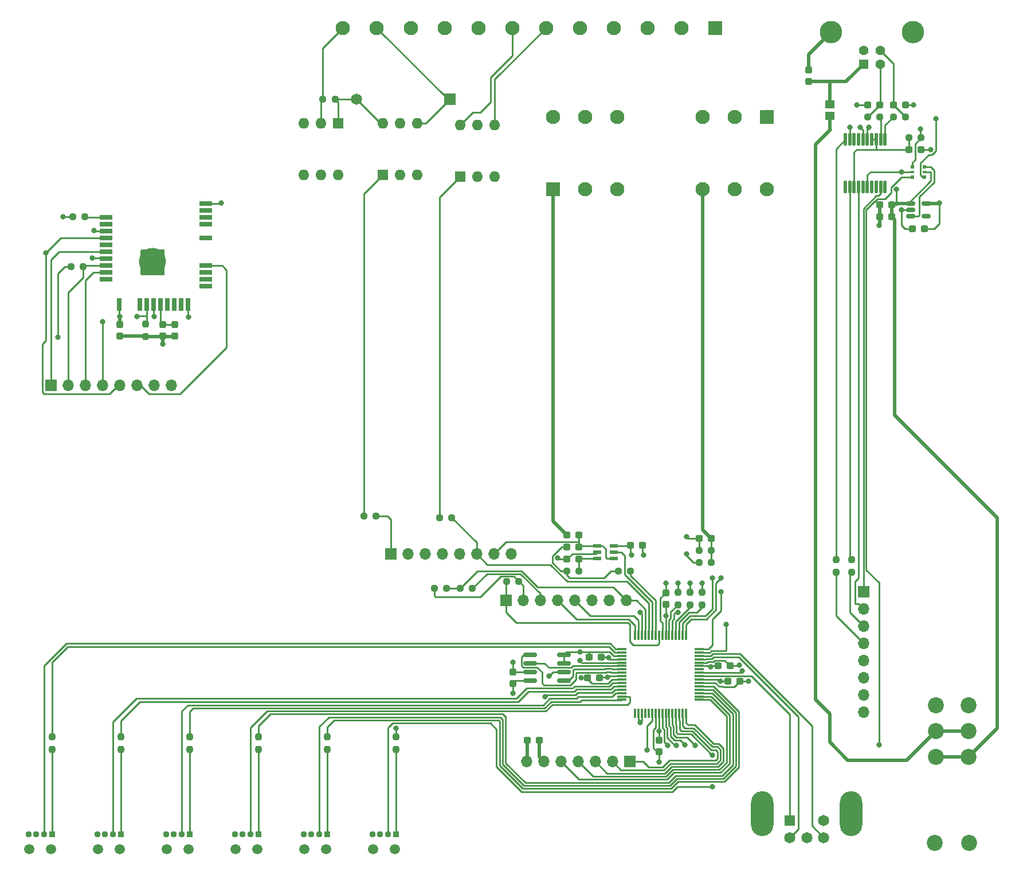
<source format=gtl>
%TF.GenerationSoftware,KiCad,Pcbnew,8.0.2*%
%TF.CreationDate,2024-12-21T13:17:57-07:00*%
%TF.ProjectId,DSP_TU,4453505f-5455-42e6-9b69-6361645f7063,C*%
%TF.SameCoordinates,Original*%
%TF.FileFunction,Copper,L1,Top*%
%TF.FilePolarity,Positive*%
%FSLAX46Y46*%
G04 Gerber Fmt 4.6, Leading zero omitted, Abs format (unit mm)*
G04 Created by KiCad (PCBNEW 8.0.2) date 2024-12-21 13:17:57*
%MOMM*%
%LPD*%
G01*
G04 APERTURE LIST*
G04 Aperture macros list*
%AMRoundRect*
0 Rectangle with rounded corners*
0 $1 Rounding radius*
0 $2 $3 $4 $5 $6 $7 $8 $9 X,Y pos of 4 corners*
0 Add a 4 corners polygon primitive as box body*
4,1,4,$2,$3,$4,$5,$6,$7,$8,$9,$2,$3,0*
0 Add four circle primitives for the rounded corners*
1,1,$1+$1,$2,$3*
1,1,$1+$1,$4,$5*
1,1,$1+$1,$6,$7*
1,1,$1+$1,$8,$9*
0 Add four rect primitives between the rounded corners*
20,1,$1+$1,$2,$3,$4,$5,0*
20,1,$1+$1,$4,$5,$6,$7,0*
20,1,$1+$1,$6,$7,$8,$9,0*
20,1,$1+$1,$8,$9,$2,$3,0*%
G04 Aperture macros list end*
%TA.AperFunction,SMDPad,CuDef*%
%ADD10RoundRect,0.237500X-0.237500X0.250000X-0.237500X-0.250000X0.237500X-0.250000X0.237500X0.250000X0*%
%TD*%
%TA.AperFunction,ComponentPad*%
%ADD11R,1.700000X1.700000*%
%TD*%
%TA.AperFunction,ComponentPad*%
%ADD12O,1.700000X1.700000*%
%TD*%
%TA.AperFunction,SMDPad,CuDef*%
%ADD13RoundRect,0.237500X0.300000X0.237500X-0.300000X0.237500X-0.300000X-0.237500X0.300000X-0.237500X0*%
%TD*%
%TA.AperFunction,SMDPad,CuDef*%
%ADD14R,1.450000X1.200000*%
%TD*%
%TA.AperFunction,ComponentPad*%
%ADD15R,1.428000X1.428000*%
%TD*%
%TA.AperFunction,ComponentPad*%
%ADD16C,1.428000*%
%TD*%
%TA.AperFunction,ComponentPad*%
%ADD17C,3.316000*%
%TD*%
%TA.AperFunction,SMDPad,CuDef*%
%ADD18RoundRect,0.237500X-0.250000X-0.237500X0.250000X-0.237500X0.250000X0.237500X-0.250000X0.237500X0*%
%TD*%
%TA.AperFunction,ComponentPad*%
%ADD19R,0.950000X0.950000*%
%TD*%
%TA.AperFunction,ComponentPad*%
%ADD20C,0.950000*%
%TD*%
%TA.AperFunction,ComponentPad*%
%ADD21C,1.500000*%
%TD*%
%TA.AperFunction,SMDPad,CuDef*%
%ADD22R,0.600000X0.600000*%
%TD*%
%TA.AperFunction,SMDPad,CuDef*%
%ADD23R,0.600000X0.400000*%
%TD*%
%TA.AperFunction,SMDPad,CuDef*%
%ADD24RoundRect,0.237500X0.237500X-0.250000X0.237500X0.250000X-0.237500X0.250000X-0.237500X-0.250000X0*%
%TD*%
%TA.AperFunction,ComponentPad*%
%ADD25R,2.100000X2.100000*%
%TD*%
%TA.AperFunction,ComponentPad*%
%ADD26C,2.100000*%
%TD*%
%TA.AperFunction,ComponentPad*%
%ADD27R,1.600000X1.600000*%
%TD*%
%TA.AperFunction,ComponentPad*%
%ADD28O,1.600000X1.600000*%
%TD*%
%TA.AperFunction,SMDPad,CuDef*%
%ADD29RoundRect,0.237500X0.237500X-0.300000X0.237500X0.300000X-0.237500X0.300000X-0.237500X-0.300000X0*%
%TD*%
%TA.AperFunction,SMDPad,CuDef*%
%ADD30RoundRect,0.237500X0.250000X0.237500X-0.250000X0.237500X-0.250000X-0.237500X0.250000X-0.237500X0*%
%TD*%
%TA.AperFunction,SMDPad,CuDef*%
%ADD31R,1.900000X0.800000*%
%TD*%
%TA.AperFunction,SMDPad,CuDef*%
%ADD32R,0.800000X1.900000*%
%TD*%
%TA.AperFunction,SMDPad,CuDef*%
%ADD33RoundRect,0.237500X-0.300000X-0.237500X0.300000X-0.237500X0.300000X0.237500X-0.300000X0.237500X0*%
%TD*%
%TA.AperFunction,SMDPad,CuDef*%
%ADD34R,1.200000X0.600000*%
%TD*%
%TA.AperFunction,SMDPad,CuDef*%
%ADD35RoundRect,0.237500X-0.237500X0.300000X-0.237500X-0.300000X0.237500X-0.300000X0.237500X0.300000X0*%
%TD*%
%TA.AperFunction,SMDPad,CuDef*%
%ADD36RoundRect,0.150000X-0.825000X-0.150000X0.825000X-0.150000X0.825000X0.150000X-0.825000X0.150000X0*%
%TD*%
%TA.AperFunction,ComponentPad*%
%ADD37R,1.651000X1.651000*%
%TD*%
%TA.AperFunction,ComponentPad*%
%ADD38C,1.651000*%
%TD*%
%TA.AperFunction,ComponentPad*%
%ADD39C,2.362200*%
%TD*%
%TA.AperFunction,SMDPad,CuDef*%
%ADD40RoundRect,0.125000X0.125000X-0.825000X0.125000X0.825000X-0.125000X0.825000X-0.125000X-0.825000X0*%
%TD*%
%TA.AperFunction,SMDPad,CuDef*%
%ADD41RoundRect,0.150000X-0.512500X-0.150000X0.512500X-0.150000X0.512500X0.150000X-0.512500X0.150000X0*%
%TD*%
%TA.AperFunction,ComponentPad*%
%ADD42R,1.650000X1.650000*%
%TD*%
%TA.AperFunction,ComponentPad*%
%ADD43C,1.650000*%
%TD*%
%TA.AperFunction,ComponentPad*%
%ADD44O,3.316000X6.632000*%
%TD*%
%TA.AperFunction,SMDPad,CuDef*%
%ADD45R,0.300000X1.475000*%
%TD*%
%TA.AperFunction,SMDPad,CuDef*%
%ADD46R,1.475000X0.300000*%
%TD*%
%TA.AperFunction,ViaPad*%
%ADD47C,4.000000*%
%TD*%
%TA.AperFunction,ViaPad*%
%ADD48C,0.800000*%
%TD*%
%TA.AperFunction,Conductor*%
%ADD49C,0.500000*%
%TD*%
%TA.AperFunction,Conductor*%
%ADD50C,0.250000*%
%TD*%
%TA.AperFunction,Conductor*%
%ADD51C,0.600000*%
%TD*%
G04 APERTURE END LIST*
D10*
%TO.P,R23,1*%
%TO.N,AUTOSTART_LED*%
X70458000Y-128119500D03*
%TO.P,R23,2*%
%TO.N,Net-(S3-A__AMBER)*%
X70458000Y-129944500D03*
%TD*%
D11*
%TO.P,J1,1,Pin_1*%
%TO.N,Net-(J1-Pin_1)*%
X135487000Y-131737000D03*
D12*
%TO.P,J1,2,Pin_2*%
%TO.N,Net-(J1-Pin_2)*%
X132947000Y-131737000D03*
%TO.P,J1,3,Pin_3*%
%TO.N,Net-(J1-Pin_3)*%
X130407000Y-131737000D03*
%TO.P,J1,4,Pin_4*%
%TO.N,Net-(J1-Pin_4)*%
X127867000Y-131737000D03*
%TO.P,J1,5,Pin_5*%
%TO.N,Net-(J1-Pin_5)*%
X125327000Y-131737000D03*
%TO.P,J1,6,Pin_6*%
%TO.N,GND*%
X122787000Y-131737000D03*
%TO.P,J1,7,Pin_7*%
%TO.N,+3V3*%
X120247000Y-131737000D03*
%TD*%
D13*
%TO.P,C7,1*%
%TO.N,GND*%
X122121000Y-128600200D03*
%TO.P,C7,2*%
%TO.N,+3V3*%
X120396000Y-128600200D03*
%TD*%
D14*
%TO.P,FB1,1,1*%
%TO.N,Net-(J3-VBUS)*%
X165100000Y-34710000D03*
%TO.P,FB1,2,2*%
%TO.N,+5V*%
X165100000Y-36410000D03*
%TD*%
D11*
%TO.P,J7,1,Pin_1*%
%TO.N,U1RTSn*%
X170026000Y-106680000D03*
D12*
%TO.P,J7,2,Pin_2*%
%TO.N,U1TX*%
X170026000Y-109220000D03*
%TO.P,J7,3,Pin_3*%
%TO.N,U1CTSn*%
X170026000Y-111760000D03*
%TO.P,J7,4,Pin_4*%
%TO.N,U1RX*%
X170026000Y-114300000D03*
%TO.P,J7,5,Pin_5*%
%TO.N,unconnected-(J7-Pin_5-Pad5)*%
X170026000Y-116840000D03*
%TO.P,J7,6,Pin_6*%
%TO.N,unconnected-(J7-Pin_6-Pad6)*%
X170026000Y-119380000D03*
%TO.P,J7,7,Pin_7*%
%TO.N,unconnected-(J7-Pin_7-Pad7)*%
X170026000Y-121920000D03*
%TO.P,J7,8,Pin_8*%
%TO.N,GND*%
X170026000Y-124460000D03*
%TD*%
D11*
%TO.P,J6,1,Pin_1*%
%TO.N,LOOP_KEY*%
X100176000Y-101092000D03*
D12*
%TO.P,J6,2,Pin_2*%
%TO.N,LOOP_SENSE*%
X102716000Y-101092000D03*
%TO.P,J6,3,Pin_3*%
%TO.N,unconnected-(J6-Pin_3-Pad3)*%
X105256000Y-101092000D03*
%TO.P,J6,4,Pin_4*%
%TO.N,unconnected-(J6-Pin_4-Pad4)*%
X107796000Y-101092000D03*
%TO.P,J6,5,Pin_5*%
%TO.N,unconnected-(J6-Pin_5-Pad5)*%
X110336000Y-101092000D03*
%TO.P,J6,6,Pin_6*%
%TO.N,PTT*%
X112876000Y-101092000D03*
%TO.P,J6,7,Pin_7*%
%TO.N,AFSK_OUT*%
X115416000Y-101092000D03*
%TO.P,J6,8,Pin_8*%
%TO.N,GND*%
X117956000Y-101092000D03*
%TD*%
D15*
%TO.P,J3,1,VBUS*%
%TO.N,Net-(J3-VBUS)*%
X170026000Y-28745000D03*
D16*
%TO.P,J3,2,D-*%
%TO.N,Net-(J3-D-)*%
X172526000Y-28745000D03*
%TO.P,J3,3,D+*%
%TO.N,Net-(J3-D+)*%
X172526000Y-26745000D03*
%TO.P,J3,4,GND*%
%TO.N,GND*%
X170026000Y-26745000D03*
D17*
%TO.P,J3,5,Shield*%
X177296000Y-24035000D03*
%TO.P,J3,6,SH*%
X165256000Y-24035000D03*
%TD*%
D18*
%TO.P,R10,1*%
%TO.N,USB_3V3*%
X176733500Y-39591000D03*
%TO.P,R10,2*%
%TO.N,PWRENn*%
X178558500Y-39591000D03*
%TD*%
D19*
%TO.P,S6,L1,A__AMBER*%
%TO.N,Net-(S6-A__AMBER)*%
X100938000Y-142462000D03*
D20*
%TO.P,S6,L2,K_AMBER*%
%TO.N,GND*%
X97488000Y-142462000D03*
D21*
%TO.P,S6,MH1,MH1*%
X100813000Y-144662000D03*
%TO.P,S6,MH2,MH2*%
X97613000Y-144662000D03*
D20*
%TO.P,S6,S1,COM*%
%TO.N,TX_TOGGLEn*%
X99788000Y-142462000D03*
%TO.P,S6,S2,NO*%
%TO.N,GND*%
X98638000Y-142462000D03*
%TD*%
D22*
%TO.P,U5,1,1A*%
%TO.N,PWRENn*%
X177254000Y-43921000D03*
D23*
%TO.P,U5,2,GND*%
%TO.N,GND*%
X177254000Y-44671000D03*
D22*
%TO.P,U5,3,2A*%
%TO.N,AUTOSTARTn*%
X177254000Y-45421000D03*
%TO.P,U5,4,2Y*%
%TO.N,AUTOSTART*%
X179054000Y-45421000D03*
D23*
%TO.P,U5,5,VCC*%
%TO.N,+5V_SW*%
X179054000Y-44671000D03*
D22*
%TO.P,U5,6,1Y*%
%TO.N,Net-(U5-1Y)*%
X179054000Y-43921000D03*
%TD*%
D24*
%TO.P,R14,1*%
%TO.N,Net-(U1-AN14{slash}C1IND{slash}RPG6{slash}SCK2{slash}PMA5{slash}RG6)*%
X144372000Y-108608500D03*
%TO.P,R14,2*%
%TO.N,WIFI_SPI_CLK*%
X144372000Y-106783500D03*
%TD*%
D19*
%TO.P,S5,L1,A__AMBER*%
%TO.N,Net-(S5-A__AMBER)*%
X90778000Y-142462000D03*
D20*
%TO.P,S5,L2,K_AMBER*%
%TO.N,GND*%
X87328000Y-142462000D03*
D21*
%TO.P,S5,MH1,MH1*%
X90653000Y-144662000D03*
%TO.P,S5,MH2,MH2*%
X87453000Y-144662000D03*
D20*
%TO.P,S5,S1,COM*%
%TO.N,KOS_TOGGLEn*%
X89628000Y-142462000D03*
%TO.P,S5,S2,NO*%
%TO.N,GND*%
X88478000Y-142462000D03*
%TD*%
D24*
%TO.P,R17,1*%
%TO.N,GND*%
X64008000Y-68984500D03*
%TO.P,R17,2*%
%TO.N,WIFI_EN*%
X64008000Y-67159500D03*
%TD*%
D25*
%TO.P,J5,1,1*%
%TO.N,AFSK_INa*%
X148129000Y-23400000D03*
D26*
%TO.P,J5,2,2*%
%TO.N,AFSK_INb*%
X143129000Y-23400000D03*
%TO.P,J5,3,3*%
%TO.N,GND*%
X138129000Y-23400000D03*
%TO.P,J5,4,4*%
%TO.N,AFSK_OUTa*%
X133129000Y-23400000D03*
%TO.P,J5,5,5*%
%TO.N,AFSK_OUTb*%
X128129000Y-23400000D03*
%TO.P,J5,6,6*%
%TO.N,PTTa*%
X123129000Y-23400000D03*
%TO.P,J5,7,7*%
%TO.N,PTTb*%
X118129000Y-23400000D03*
%TO.P,J5,8,8*%
%TO.N,AUTOSTART*%
X113129000Y-23400000D03*
%TO.P,J5,9,9*%
%TO.N,GND*%
X108129000Y-23400000D03*
%TO.P,J5,10,10*%
X103129000Y-23400000D03*
%TO.P,J5,11,11*%
%TO.N,LOOPa*%
X98129000Y-23400000D03*
%TO.P,J5,12,12*%
%TO.N,LOOPb*%
X93129000Y-23400000D03*
%TD*%
D24*
%TO.P,R19,1*%
%TO.N,U1RX*%
X165962000Y-103782500D03*
%TO.P,R19,2*%
%TO.N,Net-(U3-TXD)*%
X165962000Y-101957500D03*
%TD*%
D27*
%TO.P,K1,1,1*%
%TO.N,Net-(K1-Pad1)*%
X99060000Y-45085000D03*
D28*
%TO.P,K1,2,2*%
%TO.N,GND*%
X101600000Y-45085000D03*
%TO.P,K1,3,3*%
%TO.N,unconnected-(K1-Pad3)*%
X104140000Y-45085000D03*
%TO.P,K1,4,4*%
%TO.N,LOOPa*%
X104140000Y-37465000D03*
%TO.P,K1,5,5*%
%TO.N,unconnected-(K1-Pad5)*%
X101600000Y-37465000D03*
%TO.P,K1,6,6*%
%TO.N,Net-(CR1-CATHODE{slash}ANODE-Pad2)*%
X99060000Y-37465000D03*
%TD*%
D29*
%TO.P,C1,1*%
%TO.N,GND*%
X140816000Y-108558500D03*
%TO.P,C1,2*%
%TO.N,+3V3*%
X140816000Y-106833500D03*
%TD*%
D10*
%TO.P,R24,1*%
%TO.N,MOTOR_LED*%
X80618000Y-128119500D03*
%TO.P,R24,2*%
%TO.N,Net-(S4-A__AMBER)*%
X80618000Y-129944500D03*
%TD*%
D27*
%TO.P,K2,1,1*%
%TO.N,Net-(K2-Pad1)*%
X110475000Y-45349000D03*
D28*
%TO.P,K2,2,2*%
%TO.N,GND*%
X113015000Y-45349000D03*
%TO.P,K2,3,3*%
%TO.N,unconnected-(K2-Pad3)*%
X115555000Y-45349000D03*
%TO.P,K2,4,4*%
%TO.N,PTTa*%
X115555000Y-37729000D03*
%TO.P,K2,5,5*%
%TO.N,unconnected-(K2-Pad5)*%
X113015000Y-37729000D03*
%TO.P,K2,6,6*%
%TO.N,PTTb*%
X110475000Y-37729000D03*
%TD*%
D30*
%TO.P,R9,1*%
%TO.N,PTT*%
X109216500Y-95758000D03*
%TO.P,R9,2*%
%TO.N,Net-(K2-Pad1)*%
X107391500Y-95758000D03*
%TD*%
D13*
%TO.P,C11,1*%
%TO.N,Net-(U2-IN+)*%
X127962500Y-101854000D03*
%TO.P,C11,2*%
%TO.N,GND*%
X126237500Y-101854000D03*
%TD*%
D30*
%TO.P,R6,1*%
%TO.N,Net-(U3-USBDM)*%
X172462500Y-36543000D03*
%TO.P,R6,2*%
%TO.N,Net-(J3-D-)*%
X170637500Y-36543000D03*
%TD*%
D31*
%TO.P,U7,1,GPIO_6*%
%TO.N,unconnected-(U7-GPIO_6-Pad1)*%
X72897000Y-61563000D03*
%TO.P,U7,2,I2C_SCL*%
%TO.N,unconnected-(U7-I2C_SCL-Pad2)*%
X72897000Y-60543000D03*
%TO.P,U7,3,I2C_SDA*%
%TO.N,unconnected-(U7-I2C_SDA-Pad3)*%
X72897000Y-59527000D03*
%TO.P,U7,4,RESET_N*%
%TO.N,WIFI_RESETn*%
X72897000Y-58511000D03*
%TO.P,U7,5,NC_1*%
%TO.N,unconnected-(U7-NC_1-Pad5)*%
X72897000Y-54447000D03*
%TO.P,U7,6,NC_2*%
%TO.N,unconnected-(U7-NC_2-Pad6)*%
X72897000Y-52415000D03*
%TO.P,U7,7,NC_3*%
%TO.N,unconnected-(U7-NC_3-Pad7)*%
X72897000Y-51399000D03*
%TO.P,U7,8,NC_4*%
%TO.N,unconnected-(U7-NC_4-Pad8)*%
X72897000Y-50383000D03*
%TO.P,U7,9,GND_1*%
%TO.N,GND*%
X72897000Y-49367000D03*
%TO.P,U7,10,SPI_CFG*%
%TO.N,Net-(U7-SPI_CFG)*%
X58167000Y-51399000D03*
%TO.P,U7,11,WAKE*%
%TO.N,unconnected-(U7-WAKE-Pad11)*%
X58167000Y-52415000D03*
%TO.P,U7,12,GND_2*%
%TO.N,GND*%
X58167000Y-53431000D03*
%TO.P,U7,13,IRQN*%
%TO.N,WIFI_IRQn*%
X58167000Y-54447000D03*
%TO.P,U7,14,UART_TXD*%
%TO.N,unconnected-(U7-UART_TXD-Pad14)*%
X58167000Y-55463000D03*
%TO.P,U7,15,SPI_MOSI*%
%TO.N,WIFI_MOSI*%
X58167000Y-56479000D03*
%TO.P,U7,16,SPI_SSN*%
%TO.N,WIFI_CSn*%
X58167000Y-57495000D03*
%TO.P,U7,17,SPI_MISO*%
%TO.N,WIFI_MISO_TP*%
X58167000Y-58511000D03*
%TO.P,U7,18,SPI_SCK*%
%TO.N,WIFI_SPI_CLK*%
X58167000Y-59527000D03*
%TO.P,U7,19,UART_RXD*%
%TO.N,unconnected-(U7-UART_RXD-Pad19)*%
X58167000Y-60543000D03*
D32*
%TO.P,U7,20,VBAT*%
%TO.N,+3V3*%
X60067000Y-64233000D03*
%TO.P,U7,21,GPIO_1*%
%TO.N,unconnected-(U7-GPIO_1-Pad21)*%
X63115000Y-64233000D03*
%TO.P,U7,22,CHIP_EN*%
%TO.N,WIFI_EN*%
X64131000Y-64233000D03*
%TO.P,U7,23,VDDIO*%
%TO.N,+3V3*%
X65147000Y-64233000D03*
%TO.P,U7,24,1P3V_TP*%
%TO.N,Net-(U7-1P3V_TP)*%
X66163000Y-64233000D03*
%TO.P,U7,25,GPIO_3*%
%TO.N,unconnected-(U7-GPIO_3-Pad25)*%
X67179000Y-64233000D03*
%TO.P,U7,26,GPIO_4*%
%TO.N,unconnected-(U7-GPIO_4-Pad26)*%
X68195000Y-64233000D03*
%TO.P,U7,27,GPIO_5*%
%TO.N,unconnected-(U7-GPIO_5-Pad27)*%
X69211000Y-64233000D03*
%TO.P,U7,28,GND_3*%
%TO.N,GND*%
X70227000Y-64233000D03*
%TD*%
D30*
%TO.P,R20,1*%
%TO.N,IDLEn*%
X108454500Y-106172000D03*
%TO.P,R20,2*%
%TO.N,+3V3*%
X106629500Y-106172000D03*
%TD*%
D33*
%TO.P,C2,1*%
%TO.N,+3V3*%
X129285500Y-119380000D03*
%TO.P,C2,2*%
%TO.N,GND*%
X131010500Y-119380000D03*
%TD*%
D34*
%TO.P,U2,1,OUT*%
%TO.N,AFSK_OUT*%
X130676000Y-99888000D03*
%TO.P,U2,2,GND*%
%TO.N,GND*%
X130676000Y-100838000D03*
%TO.P,U2,3,IN+*%
%TO.N,Net-(U2-IN+)*%
X130676000Y-101788000D03*
%TO.P,U2,4,IN-*%
%TO.N,AFSK_OUT*%
X133176000Y-101788000D03*
%TO.P,U2,5,~{SHDN}*%
%TO.N,AFSK_OUT_EN*%
X133176000Y-100838000D03*
%TO.P,U2,6,VDD*%
%TO.N,+3V3*%
X133176000Y-99888000D03*
%TD*%
D35*
%TO.P,C22,1*%
%TO.N,+3V3*%
X60198000Y-67209500D03*
%TO.P,C22,2*%
%TO.N,GND*%
X60198000Y-68934500D03*
%TD*%
D11*
%TO.P,J4,1,Pin_1*%
%TO.N,WIFI_MOSI*%
X50038000Y-76200000D03*
D12*
%TO.P,J4,2,Pin_2*%
%TO.N,WIFI_MISO_TP*%
X52578000Y-76200000D03*
%TO.P,J4,3,Pin_3*%
%TO.N,WIFI_SPI_CLK*%
X55118000Y-76200000D03*
%TO.P,J4,4,Pin_4*%
%TO.N,WIFI_CSn*%
X57658000Y-76200000D03*
%TO.P,J4,5,Pin_5*%
%TO.N,WIFI_IRQn*%
X60198000Y-76200000D03*
%TO.P,J4,6,Pin_6*%
%TO.N,WIFI_RESETn*%
X62738000Y-76200000D03*
%TO.P,J4,7,Pin_7*%
%TO.N,WIFI_EN*%
X65278000Y-76200000D03*
%TO.P,J4,8,Pin_8*%
%TO.N,GND*%
X67818000Y-76200000D03*
%TD*%
D10*
%TO.P,R27,1*%
%TO.N,MARK_HI_LED*%
X50138000Y-128119500D03*
%TO.P,R27,2*%
%TO.N,Net-(S1-A__AMBER)*%
X50138000Y-129944500D03*
%TD*%
D30*
%TO.P,R4,1*%
%TO.N,PWM_OUT*%
X135632500Y-103632000D03*
%TO.P,R4,2*%
%TO.N,Net-(C9-Pad2)*%
X133807500Y-103632000D03*
%TD*%
D25*
%TO.P,T2,1,1*%
%TO.N,Net-(C10-Pad1)*%
X124154500Y-47244000D03*
D26*
%TO.P,T2,2,2*%
%TO.N,unconnected-(T2-Pad2)*%
X128904500Y-47244000D03*
%TO.P,T2,3,3*%
%TO.N,GND*%
X133654500Y-47244000D03*
%TO.P,T2,4,4*%
%TO.N,AFSK_OUTa*%
X133654500Y-36576000D03*
%TO.P,T2,5,5*%
%TO.N,unconnected-(T2-Pad5)*%
X128904500Y-36576000D03*
%TO.P,T2,6,6*%
%TO.N,AFSK_OUTb*%
X124154500Y-36576000D03*
%TD*%
D33*
%TO.P,C12,1*%
%TO.N,+3V3*%
X135635500Y-99822000D03*
%TO.P,C12,2*%
%TO.N,GND*%
X137360500Y-99822000D03*
%TD*%
D19*
%TO.P,S1,L1,A__AMBER*%
%TO.N,Net-(S1-A__AMBER)*%
X50138000Y-142462000D03*
D20*
%TO.P,S1,L2,K_AMBER*%
%TO.N,GND*%
X46688000Y-142462000D03*
D21*
%TO.P,S1,MH1,MH1*%
X50013000Y-144662000D03*
%TO.P,S1,MH2,MH2*%
X46813000Y-144662000D03*
D20*
%TO.P,S1,S1,COM*%
%TO.N,MARK_HI_TOGGLEn*%
X48988000Y-142462000D03*
%TO.P,S1,S2,NO*%
%TO.N,GND*%
X47838000Y-142462000D03*
%TD*%
D35*
%TO.P,C23,1*%
%TO.N,+3V3*%
X118210000Y-118517500D03*
%TO.P,C23,2*%
%TO.N,GND*%
X118210000Y-120242500D03*
%TD*%
D13*
%TO.P,C13,1*%
%TO.N,GND*%
X178508500Y-41369000D03*
%TO.P,C13,2*%
%TO.N,USB_3V3*%
X176783500Y-41369000D03*
%TD*%
D33*
%TO.P,C4,1*%
%TO.N,GND*%
X150013000Y-119888000D03*
%TO.P,C4,2*%
%TO.N,+3V3*%
X151738000Y-119888000D03*
%TD*%
D24*
%TO.P,R15,1*%
%TO.N,Net-(U1-AN12{slash}C2IND{slash}RPG8{slash}SCL4{slash}PMA3{slash}RG8)*%
X142594000Y-108608500D03*
%TO.P,R15,2*%
%TO.N,WIFI_MOSI*%
X142594000Y-106783500D03*
%TD*%
D33*
%TO.P,C10,1*%
%TO.N,Net-(C10-Pad1)*%
X126237500Y-98298000D03*
%TO.P,C10,2*%
%TO.N,AFSK_OUT*%
X127962500Y-98298000D03*
%TD*%
D36*
%TO.P,U8,1,~{CS}*%
%TO.N,Net-(U1-TDO{slash}AN6{slash}PMA12{slash}RB11)*%
X120815000Y-115951000D03*
%TO.P,U8,2,DO(IO1)*%
%TO.N,Net-(U1-AN49{slash}RPB9{slash}PMA7{slash}RB9)*%
X120815000Y-117221000D03*
%TO.P,U8,3,~{WP}*%
%TO.N,+3V3*%
X120815000Y-118491000D03*
%TO.P,U8,4,GND*%
%TO.N,GND*%
X120815000Y-119761000D03*
%TO.P,U8,5,DI(IO0)*%
%TO.N,Net-(U1-TMS{slash}CVREFOUT{slash}AN5{slash}RPB10{slash}PMA13{slash}RB10)*%
X125765000Y-119761000D03*
%TO.P,U8,6,SCK*%
%TO.N,Net-(U1-AN9{slash}RPB14{slash}SCK3{slash}PMA1{slash}RB14)*%
X125765000Y-118491000D03*
%TO.P,U8,7,~{HOLD}*%
%TO.N,+3V3*%
X125765000Y-117221000D03*
%TO.P,U8,8,VCC*%
X125765000Y-115951000D03*
%TD*%
D10*
%TO.P,R18,1*%
%TO.N,Net-(U3-RTS#)*%
X168248000Y-101957500D03*
%TO.P,R18,2*%
%TO.N,U1CTSn*%
X168248000Y-103782500D03*
%TD*%
D13*
%TO.P,C17,1*%
%TO.N,+5V_SW*%
X174190500Y-49497000D03*
%TO.P,C17,2*%
%TO.N,GND*%
X172465500Y-49497000D03*
%TD*%
D19*
%TO.P,S4,L1,A__AMBER*%
%TO.N,Net-(S4-A__AMBER)*%
X80618000Y-142462000D03*
D20*
%TO.P,S4,L2,K_AMBER*%
%TO.N,GND*%
X77168000Y-142462000D03*
D21*
%TO.P,S4,MH1,MH1*%
X80493000Y-144662000D03*
%TO.P,S4,MH2,MH2*%
X77293000Y-144662000D03*
D20*
%TO.P,S4,S1,COM*%
%TO.N,MOTOR_TOGGLEn*%
X79468000Y-142462000D03*
%TO.P,S4,S2,NO*%
%TO.N,GND*%
X78318000Y-142462000D03*
%TD*%
D13*
%TO.P,C19,1*%
%TO.N,+3V3*%
X179016500Y-53053000D03*
%TO.P,C19,2*%
%TO.N,GND*%
X177291500Y-53053000D03*
%TD*%
D33*
%TO.P,C5,1*%
%TO.N,GND*%
X148589500Y-117602000D03*
%TO.P,C5,2*%
%TO.N,+3V3*%
X150314500Y-117602000D03*
%TD*%
D19*
%TO.P,S3,L1,A__AMBER*%
%TO.N,Net-(S3-A__AMBER)*%
X70458000Y-142462000D03*
D20*
%TO.P,S3,L2,K_AMBER*%
%TO.N,GND*%
X67008000Y-142462000D03*
D21*
%TO.P,S3,MH1,MH1*%
X70333000Y-144662000D03*
%TO.P,S3,MH2,MH2*%
X67133000Y-144662000D03*
D20*
%TO.P,S3,S1,COM*%
%TO.N,AUTOSTART_TOGGLEn*%
X69308000Y-142462000D03*
%TO.P,S3,S2,NO*%
%TO.N,GND*%
X68158000Y-142462000D03*
%TD*%
D18*
%TO.P,R7,1*%
%TO.N,Net-(U3-USBDP)*%
X174447500Y-36543000D03*
%TO.P,R7,2*%
%TO.N,Net-(J3-D+)*%
X176272500Y-36543000D03*
%TD*%
D37*
%TO.P,CR1,1,CATHODE/ANODE*%
%TO.N,LOOPa*%
X108951000Y-33919000D03*
D38*
%TO.P,CR1,2,CATHODE/ANODE*%
%TO.N,Net-(CR1-CATHODE{slash}ANODE-Pad2)*%
X95158800Y-33919000D03*
%TD*%
D30*
%TO.P,R8,1*%
%TO.N,LOOP_KEY*%
X98040500Y-95504000D03*
%TO.P,R8,2*%
%TO.N,Net-(K1-Pad1)*%
X96215500Y-95504000D03*
%TD*%
D25*
%TO.P,T1,1,PRI_1*%
%TO.N,AFSK_INa*%
X155753500Y-36576000D03*
D26*
%TO.P,T1,2,PRI_2*%
%TO.N,unconnected-(T1-PRI_2-Pad2)*%
X151003500Y-36576000D03*
%TO.P,T1,3,PRI_3*%
%TO.N,AFSK_INb*%
X146253500Y-36576000D03*
%TO.P,T1,4,SEC_1*%
%TO.N,Net-(T1-SEC_1)*%
X146253500Y-47244000D03*
%TO.P,T1,5,SEC_2*%
%TO.N,unconnected-(T1-SEC_2-Pad5)*%
X151003500Y-47244000D03*
%TO.P,T1,6,SEC_3*%
%TO.N,Net-(T1-SEC_3)*%
X155753500Y-47244000D03*
%TD*%
D24*
%TO.P,R13,1*%
%TO.N,Net-(U1-AN15{slash}ETXD1{slash}PMD7{slash}RE7)*%
X146150000Y-108608500D03*
%TO.P,R13,2*%
%TO.N,WIFI_CSn*%
X146150000Y-106783500D03*
%TD*%
D30*
%TO.P,R16,1*%
%TO.N,WIFI_MISO_TP*%
X54760500Y-58674000D03*
%TO.P,R16,2*%
%TO.N,WIFI_MISO*%
X52935500Y-58674000D03*
%TD*%
D33*
%TO.P,C14,1*%
%TO.N,Net-(J3-D+)*%
X174497500Y-34765000D03*
%TO.P,C14,2*%
%TO.N,GND*%
X176222500Y-34765000D03*
%TD*%
D39*
%TO.P,S8,1,1*%
%TO.N,unconnected-(S8-Pad1)*%
X180694000Y-123412000D03*
%TO.P,S8,2,2*%
%TO.N,+5V*%
X180694000Y-127222000D03*
%TO.P,S8,3,3*%
%TO.N,+5V_SW*%
X180694000Y-131032000D03*
%TO.P,S8,4,4*%
%TO.N,unconnected-(S8-Pad4)*%
X185520000Y-123412000D03*
%TO.P,S8,5,5*%
%TO.N,+5V*%
X185520000Y-127222000D03*
%TO.P,S8,6,6*%
%TO.N,+5V_SW*%
X185520000Y-131032000D03*
%TO.P,S8,7*%
%TO.N,N/C*%
X180567000Y-143732000D03*
%TO.P,S8,8*%
X185647000Y-143732000D03*
%TD*%
D29*
%TO.P,C16,1*%
%TO.N,Net-(J3-VBUS)*%
X161925000Y-31342500D03*
%TO.P,C16,2*%
%TO.N,GND*%
X161925000Y-29617500D03*
%TD*%
D18*
%TO.P,R12,1*%
%TO.N,+3V3*%
X53189500Y-51308000D03*
%TO.P,R12,2*%
%TO.N,Net-(U7-SPI_CFG)*%
X55014500Y-51308000D03*
%TD*%
D30*
%TO.P,R11,1*%
%TO.N,Net-(CR1-CATHODE{slash}ANODE-Pad2)*%
X91980000Y-33919000D03*
%TO.P,R11,2*%
%TO.N,LOOPb*%
X90155000Y-33919000D03*
%TD*%
D40*
%TO.P,U3,1,DTR#*%
%TO.N,unconnected-(U3-DTR#-Pad1)*%
X167355000Y-46901000D03*
%TO.P,U3,2,RTS#*%
%TO.N,Net-(U3-RTS#)*%
X168005000Y-46901000D03*
%TO.P,U3,3,VCCIO*%
%TO.N,USB_3V3*%
X168655000Y-46901000D03*
%TO.P,U3,4,RXD*%
%TO.N,U1TX*%
X169305000Y-46901000D03*
%TO.P,U3,5,RI#*%
%TO.N,unconnected-(U3-RI#-Pad5)*%
X169955000Y-46901000D03*
%TO.P,U3,6,GND_1*%
%TO.N,GND*%
X170605000Y-46901000D03*
%TO.P,U3,7,DSR#*%
%TO.N,unconnected-(U3-DSR#-Pad7)*%
X171255000Y-46901000D03*
%TO.P,U3,8,DCD#*%
%TO.N,unconnected-(U3-DCD#-Pad8)*%
X171905000Y-46901000D03*
%TO.P,U3,9,CTS#*%
%TO.N,U1RTSn*%
X172555000Y-46901000D03*
%TO.P,U3,10,CBUS2*%
%TO.N,unconnected-(U3-CBUS2-Pad10)*%
X173205000Y-46901000D03*
%TO.P,U3,11,USBDP*%
%TO.N,Net-(U3-USBDP)*%
X173205000Y-39901000D03*
%TO.P,U3,12,USBDM*%
%TO.N,Net-(U3-USBDM)*%
X172555000Y-39901000D03*
%TO.P,U3,13,3V3OUT*%
%TO.N,USB_3V3*%
X171905000Y-39901000D03*
%TO.P,U3,14,RESET#*%
X171255000Y-39901000D03*
%TO.P,U3,15,VCC*%
%TO.N,+5V_SW*%
X170605000Y-39901000D03*
%TO.P,U3,16,GND_2*%
%TO.N,GND*%
X169955000Y-39901000D03*
%TO.P,U3,17,CBUS1*%
%TO.N,unconnected-(U3-CBUS1-Pad17)*%
X169305000Y-39901000D03*
%TO.P,U3,18,CBUS0*%
%TO.N,unconnected-(U3-CBUS0-Pad18)*%
X168655000Y-39901000D03*
%TO.P,U3,19,CBUS3*%
%TO.N,PWRENn*%
X168005000Y-39901000D03*
%TO.P,U3,20,TXD*%
%TO.N,Net-(U3-TXD)*%
X167355000Y-39901000D03*
%TD*%
D41*
%TO.P,U6,1,VIN*%
%TO.N,+5V_SW*%
X177016500Y-49309000D03*
%TO.P,U6,2,GND*%
%TO.N,GND*%
X177016500Y-50259000D03*
%TO.P,U6,3,EN*%
%TO.N,Net-(U5-1Y)*%
X177016500Y-51209000D03*
%TO.P,U6,4,NC*%
%TO.N,unconnected-(U6-NC-Pad4)*%
X179291500Y-51209000D03*
%TO.P,U6,5,VOUT*%
%TO.N,+3V3*%
X179291500Y-49309000D03*
%TD*%
D18*
%TO.P,R2,1*%
%TO.N,+3V3*%
X145745500Y-102362000D03*
%TO.P,R2,2*%
%TO.N,Net-(T1-SEC_1)*%
X147570500Y-102362000D03*
%TD*%
%TO.P,R5,1*%
%TO.N,Net-(C9-Pad2)*%
X126187500Y-103632000D03*
%TO.P,R5,2*%
%TO.N,Net-(U2-IN+)*%
X128012500Y-103632000D03*
%TD*%
D42*
%TO.P,S7,1,1*%
%TO.N,ENCODER_SWn*%
X159144000Y-140470000D03*
D43*
%TO.P,S7,2,2*%
%TO.N,GND*%
X164144000Y-140470000D03*
%TO.P,S7,A,CHANNEL_A*%
%TO.N,QAn*%
X159144000Y-142970000D03*
%TO.P,S7,B,CHANNEL_B*%
%TO.N,QBn*%
X164144000Y-142970000D03*
%TO.P,S7,C,COMMON*%
%TO.N,GND*%
X161644000Y-142970000D03*
D44*
%TO.P,S7,S1,SHIELD*%
X155094000Y-139470000D03*
%TO.P,S7,S2,SHIELD*%
X168194000Y-139470000D03*
%TD*%
D30*
%TO.P,R1,1*%
%TO.N,+3V3*%
X119122500Y-105156000D03*
%TO.P,R1,2*%
%TO.N,MCLRn*%
X117297500Y-105156000D03*
%TD*%
D33*
%TO.P,C6,1*%
%TO.N,+3V3*%
X129539500Y-116332000D03*
%TO.P,C6,2*%
%TO.N,GND*%
X131264500Y-116332000D03*
%TD*%
D30*
%TO.P,R3,1*%
%TO.N,Net-(T1-SEC_1)*%
X147570500Y-100584000D03*
%TO.P,R3,2*%
%TO.N,GND*%
X145745500Y-100584000D03*
%TD*%
D10*
%TO.P,R25,1*%
%TO.N,KOS_LED*%
X90778000Y-128119500D03*
%TO.P,R25,2*%
%TO.N,Net-(S5-A__AMBER)*%
X90778000Y-129944500D03*
%TD*%
D35*
%TO.P,C21,1*%
%TO.N,Net-(U7-1P3V_TP)*%
X68326000Y-67209500D03*
%TO.P,C21,2*%
%TO.N,GND*%
X68326000Y-68934500D03*
%TD*%
%TO.P,C20,1*%
%TO.N,Net-(U7-1P3V_TP)*%
X66548000Y-67209500D03*
%TO.P,C20,2*%
%TO.N,GND*%
X66548000Y-68934500D03*
%TD*%
D27*
%TO.P,U4,1*%
%TO.N,Net-(CR1-CATHODE{slash}ANODE-Pad2)*%
X92426000Y-37485000D03*
D28*
%TO.P,U4,2*%
%TO.N,LOOPb*%
X89886000Y-37485000D03*
%TO.P,U4,3,NC*%
%TO.N,unconnected-(U4-NC-Pad3)*%
X87346000Y-37485000D03*
%TO.P,U4,4*%
%TO.N,GND*%
X87346000Y-45105000D03*
%TO.P,U4,5*%
%TO.N,LOOP_SENSE*%
X89886000Y-45105000D03*
%TO.P,U4,6*%
%TO.N,unconnected-(U4-Pad6)*%
X92426000Y-45105000D03*
%TD*%
D11*
%TO.P,J2,1,Pin_1*%
%TO.N,MCLRn*%
X117194000Y-107950000D03*
D12*
%TO.P,J2,2,Pin_2*%
%TO.N,+3V3*%
X119734000Y-107950000D03*
%TO.P,J2,3,Pin_3*%
%TO.N,GND*%
X122274000Y-107950000D03*
%TO.P,J2,4,Pin_4*%
%TO.N,PGED*%
X124814000Y-107950000D03*
%TO.P,J2,5,Pin_5*%
%TO.N,PGEC*%
X127354000Y-107950000D03*
%TO.P,J2,6,Pin_6*%
%TO.N,unconnected-(J2-Pin_6-Pad6)*%
X129894000Y-107950000D03*
%TO.P,J2,7,Pin_7*%
%TO.N,unconnected-(J2-Pin_7-Pad7)*%
X132434000Y-107950000D03*
%TO.P,J2,8,Pin_8*%
%TO.N,IDLEn*%
X134974000Y-107950000D03*
%TD*%
D13*
%TO.P,C9,1*%
%TO.N,AFSK_OUT*%
X127962500Y-100076000D03*
%TO.P,C9,2*%
%TO.N,Net-(C9-Pad2)*%
X126237500Y-100076000D03*
%TD*%
D19*
%TO.P,S2,L1,A__AMBER*%
%TO.N,Net-(S2-A__AMBER)*%
X60298000Y-142462000D03*
D20*
%TO.P,S2,L2,K_AMBER*%
%TO.N,GND*%
X56848000Y-142462000D03*
D21*
%TO.P,S2,MH1,MH1*%
X60173000Y-144662000D03*
%TO.P,S2,MH2,MH2*%
X56973000Y-144662000D03*
D20*
%TO.P,S2,S1,COM*%
%TO.N,SHIFT_TOGGLEn*%
X59148000Y-142462000D03*
%TO.P,S2,S2,NO*%
%TO.N,GND*%
X57998000Y-142462000D03*
%TD*%
D10*
%TO.P,R22,1*%
%TO.N,850_SHIFT_LED*%
X60298000Y-128119500D03*
%TO.P,R22,2*%
%TO.N,Net-(S2-A__AMBER)*%
X60298000Y-129944500D03*
%TD*%
D13*
%TO.P,C15,1*%
%TO.N,Net-(J3-D-)*%
X172412500Y-34765000D03*
%TO.P,C15,2*%
%TO.N,GND*%
X170687500Y-34765000D03*
%TD*%
%TO.P,C18,1*%
%TO.N,+5V_SW*%
X174190500Y-51275000D03*
%TO.P,C18,2*%
%TO.N,GND*%
X172465500Y-51275000D03*
%TD*%
%TO.P,C8,1*%
%TO.N,Net-(T1-SEC_1)*%
X147520500Y-98806000D03*
%TO.P,C8,2*%
%TO.N,GND*%
X145795500Y-98806000D03*
%TD*%
D10*
%TO.P,R26,1*%
%TO.N,TX_LED*%
X100938000Y-128119500D03*
%TO.P,R26,2*%
%TO.N,Net-(S6-A__AMBER)*%
X100938000Y-129944500D03*
%TD*%
D35*
%TO.P,C3,1*%
%TO.N,GND*%
X139800000Y-128577000D03*
%TO.P,C3,2*%
%TO.N,+3V3*%
X139800000Y-130302000D03*
%TD*%
D30*
%TO.P,R21,1*%
%TO.N,GND*%
X112264500Y-106172000D03*
%TO.P,R21,2*%
%TO.N,IDLEn*%
X110439500Y-106172000D03*
%TD*%
D45*
%TO.P,U1,1,AN17/ETXEN/RPE5/PMD5/RE5*%
%TO.N,LOOP_KEY*%
X143804000Y-113134000D03*
%TO.P,U1,2,AN16/ETXD0/PMD6/RE6*%
%TO.N,LOOP_SENSE*%
X143304000Y-113134000D03*
%TO.P,U1,3,AN15/ETXD1/PMD7/RE7*%
%TO.N,Net-(U1-AN15{slash}ETXD1{slash}PMD7{slash}RE7)*%
X142804000Y-113134000D03*
%TO.P,U1,4,AN14/C1IND/RPG6/SCK2/PMA5/RG6*%
%TO.N,Net-(U1-AN14{slash}C1IND{slash}RPG6{slash}SCK2{slash}PMA5{slash}RG6)*%
X142304000Y-113134000D03*
%TO.P,U1,5,AN13/C1INC/RPG7/SDA4/PMA4/RG7*%
%TO.N,WIFI_MISO*%
X141804000Y-113134000D03*
%TO.P,U1,6,AN12/C2IND/RPG8/SCL4/PMA3/RG8*%
%TO.N,Net-(U1-AN12{slash}C2IND{slash}RPG8{slash}SCL4{slash}PMA3{slash}RG8)*%
X141304000Y-113134000D03*
%TO.P,U1,7,VSS_1*%
%TO.N,GND*%
X140804000Y-113134000D03*
%TO.P,U1,8,VDD_1*%
%TO.N,+3V3*%
X140304000Y-113134000D03*
%TO.P,U1,9,~{MCLR}*%
%TO.N,MCLRn*%
X139804000Y-113134000D03*
%TO.P,U1,10,AN11/C2INC/RPG9/PMA2/RG9*%
%TO.N,PWM_OUT*%
X139304000Y-113134000D03*
%TO.P,U1,11,AN45/C1INA/RPB5/RB5*%
%TO.N,AFSK_OUT_EN*%
X138804000Y-113134000D03*
%TO.P,U1,12,AN4/C1INB/RB4*%
%TO.N,PTT*%
X138304000Y-113134000D03*
%TO.P,U1,13,AN3/C2INA/RPB3/RB3*%
%TO.N,IDLEn*%
X137804000Y-113134000D03*
%TO.P,U1,14,AN2/C2INB/RPB2/RB2*%
%TO.N,Net-(T1-SEC_3)*%
X137304000Y-113134000D03*
%TO.P,U1,15,PGEC1/VREF-/CVREF-/AN1/RPB1/RB1*%
%TO.N,PGEC*%
X136804000Y-113134000D03*
%TO.P,U1,16,PGED1/VREF+/CVREF+/AN0/RPB0/PMA6/RB0*%
%TO.N,PGED*%
X136304000Y-113134000D03*
D46*
%TO.P,U1,17,PGEC2/AN46/RPB6/RB6*%
%TO.N,MARK_HI_TOGGLEn*%
X134316000Y-115122000D03*
%TO.P,U1,18,PGED2/AN47/RPB7/RB7*%
%TO.N,MARK_HI_LED*%
X134316000Y-115622000D03*
%TO.P,U1,19,AVDD*%
%TO.N,+3V3*%
X134316000Y-116122000D03*
%TO.P,U1,20,AVSS*%
%TO.N,GND*%
X134316000Y-116622000D03*
%TO.P,U1,21,AN48/RPB8/PMA10/RB8*%
%TO.N,TX_LED*%
X134316000Y-117122000D03*
%TO.P,U1,22,AN49/RPB9/PMA7/RB9*%
%TO.N,Net-(U1-AN49{slash}RPB9{slash}PMA7{slash}RB9)*%
X134316000Y-117622000D03*
%TO.P,U1,23,TMS/CVREFOUT/AN5/RPB10/PMA13/RB10*%
%TO.N,Net-(U1-TMS{slash}CVREFOUT{slash}AN5{slash}RPB10{slash}PMA13{slash}RB10)*%
X134316000Y-118122000D03*
%TO.P,U1,24,TDO/AN6/PMA12/RB11*%
%TO.N,Net-(U1-TDO{slash}AN6{slash}PMA12{slash}RB11)*%
X134316000Y-118622000D03*
%TO.P,U1,25,VSS_2*%
%TO.N,GND*%
X134316000Y-119122000D03*
%TO.P,U1,26,VDD_2*%
%TO.N,+3V3*%
X134316000Y-119622000D03*
%TO.P,U1,27,TCK/AN7/PMA11/RB12*%
%TO.N,SHIFT_TOGGLEn*%
X134316000Y-120122000D03*
%TO.P,U1,28,TDI/AN8/RB13*%
%TO.N,850_SHIFT_LED*%
X134316000Y-120622000D03*
%TO.P,U1,29,AN9/RPB14/SCK3/PMA1/RB14*%
%TO.N,Net-(U1-AN9{slash}RPB14{slash}SCK3{slash}PMA1{slash}RB14)*%
X134316000Y-121122000D03*
%TO.P,U1,30,AN10/EMDC/AEMDC/RPB15/OCFB/PMA0/RB15*%
%TO.N,AUTOSTART_TOGGLEn*%
X134316000Y-121622000D03*
%TO.P,U1,31,OSC1/CLKI/RC12*%
%TO.N,MOTOR_TOGGLEn*%
X134316000Y-122122000D03*
%TO.P,U1,32,OSC2/CLKO/RC15*%
%TO.N,AUTOSTART_LED*%
X134316000Y-122622000D03*
D45*
%TO.P,U1,33,VBUS*%
%TO.N,unconnected-(U1-VBUS-Pad33)*%
X136304000Y-124610000D03*
%TO.P,U1,34,VUSB3V3*%
%TO.N,GND*%
X136804000Y-124610000D03*
%TO.P,U1,35,VSS_3*%
X137304000Y-124610000D03*
%TO.P,U1,36,D-*%
%TO.N,unconnected-(U1-D--Pad36)*%
X137804000Y-124610000D03*
%TO.P,U1,37,D+*%
%TO.N,unconnected-(U1-D+-Pad37)*%
X138304000Y-124610000D03*
%TO.P,U1,38,RPF3/USBID/RF3*%
%TO.N,U1RTSn*%
X138804000Y-124610000D03*
%TO.P,U1,39,VDD_3*%
%TO.N,+3V3*%
X139304000Y-124610000D03*
%TO.P,U1,40,VSS_4*%
%TO.N,GND*%
X139804000Y-124610000D03*
%TO.P,U1,41,RPF4/SDA5/PMA9/RF4*%
%TO.N,U1RX*%
X140304000Y-124610000D03*
%TO.P,U1,42,RPF5/SCL5/PMA8/RF5*%
%TO.N,U1TX*%
X140804000Y-124610000D03*
%TO.P,U1,43,AERXD0/ETXD2/RPD9/SDA1/PMCS2/PMA15/RD9*%
%TO.N,U1CTSn*%
X141304000Y-124610000D03*
%TO.P,U1,44,ECOL/RPD10/SCL1/SCK4/RD10*%
%TO.N,AUTOSTARTn*%
X141804000Y-124610000D03*
%TO.P,U1,45,AERXCLK/AEREFCLK/ECRS/RPD11/PMCS1/PMA14/RD11*%
%TO.N,TX_TOGGLEn*%
X142304000Y-124610000D03*
%TO.P,U1,46,AERXD1/ETXD3/RPD0/RTCC/INT0/RD0*%
%TO.N,Net-(J1-Pin_1)*%
X142804000Y-124610000D03*
%TO.P,U1,47,SOSCI/RPC13/RC13*%
%TO.N,Net-(J1-Pin_2)*%
X143304000Y-124610000D03*
%TO.P,U1,48,SOSCO/RPC14/T1CK/RC14*%
%TO.N,Net-(J1-Pin_3)*%
X143804000Y-124610000D03*
D46*
%TO.P,U1,49,EMDIO/AEMDIO/RPD1/SCK1/RD1*%
%TO.N,Net-(J1-Pin_4)*%
X145792000Y-122622000D03*
%TO.P,U1,50,ETXERR/AETXEN/RPD2/SDA3/RD2*%
%TO.N,Net-(J1-Pin_5)*%
X145792000Y-122122000D03*
%TO.P,U1,51,AERXERR/ETXCLK/RPD3/SCL3/RD3*%
%TO.N,MOTOR_LED*%
X145792000Y-121622000D03*
%TO.P,U1,52,~{SQICS0}/RPD4/PMWR/RD4*%
%TO.N,KOS_TOGGLEn*%
X145792000Y-121122000D03*
%TO.P,U1,53,~{SQICS1}/RPD5/PMRD/RD5*%
%TO.N,KOS_LED*%
X145792000Y-120622000D03*
%TO.P,U1,54,VDD_4*%
%TO.N,+3V3*%
X145792000Y-120122000D03*
%TO.P,U1,55,VSS_5*%
%TO.N,GND*%
X145792000Y-119622000D03*
%TO.P,U1,56,ERXD3/AETXD1/RPF0/RF0*%
%TO.N,ENCODER_SWn*%
X145792000Y-119122000D03*
%TO.P,U1,57,TRCLK/SQICLK/ERXD2/AETXD0/RPF1/RF1*%
%TO.N,WIFI_IRQn*%
X145792000Y-118622000D03*
%TO.P,U1,58,TRD0/SQID0/ERXD1/PMD0/RE0*%
%TO.N,unconnected-(U1-TRD0{slash}SQID0{slash}ERXD1{slash}PMD0{slash}RE0-Pad58)*%
X145792000Y-118122000D03*
%TO.P,U1,59,VSS_6*%
%TO.N,GND*%
X145792000Y-117622000D03*
%TO.P,U1,60,VDD_5*%
%TO.N,+3V3*%
X145792000Y-117122000D03*
%TO.P,U1,61,TRD1/SQID1/ERXD0/PMD1/RE1*%
%TO.N,QAn*%
X145792000Y-116622000D03*
%TO.P,U1,62,TRD2/SQID2/ERXDV/ECRSDV/AECRSDV/PMD2/RE2*%
%TO.N,QBn*%
X145792000Y-116122000D03*
%TO.P,U1,63,TRD3/SQID3/ERXCLK/EREFCLK/RPE3/PMD3/RE3*%
%TO.N,WIFI_RESETn*%
X145792000Y-115622000D03*
%TO.P,U1,64,AN18/ERXERR/PMD4/RE4*%
%TO.N,WIFI_EN*%
X145792000Y-115122000D03*
%TD*%
D47*
%TO.N,GND*%
X65024000Y-57912000D03*
D48*
X140816000Y-110236000D03*
X177392000Y-34765000D03*
X147457398Y-117745502D03*
X132193255Y-119267095D03*
X175614000Y-44671000D03*
X143864000Y-98552000D03*
X169518000Y-38067000D03*
X56388000Y-53340000D03*
X124864043Y-101695999D03*
X175614000Y-50259000D03*
X66548000Y-70104000D03*
X139800000Y-127254000D03*
X179932000Y-41369000D03*
X137530697Y-101246498D03*
X132381106Y-116384894D03*
X75184000Y-49276000D03*
X148902500Y-119846500D03*
X70358000Y-66114500D03*
X169010000Y-34765000D03*
X137006000Y-125984000D03*
X172312000Y-52545000D03*
X118210000Y-121666000D03*
%TO.N,+3V3*%
X51816000Y-51308000D03*
X60198000Y-66040000D03*
X65278000Y-66040000D03*
X181202000Y-49243000D03*
X135752697Y-101246498D03*
X151675859Y-117460440D03*
X153008000Y-119888000D03*
X143864000Y-101092000D03*
X140816000Y-105410000D03*
X128274500Y-119380000D03*
X139800000Y-131826000D03*
X118210000Y-117094000D03*
X128116000Y-115570000D03*
%TO.N,+5V_SW*%
X170788000Y-38067000D03*
X174852000Y-47211000D03*
%TO.N,PWRENn*%
X167994000Y-38067000D03*
X178408000Y-38321000D03*
%TO.N,LOOP_SENSE*%
X147678299Y-104643701D03*
%TO.N,WIFI_CSn*%
X146145701Y-105414299D03*
X57658000Y-66802000D03*
X56134000Y-57404000D03*
%TO.N,WIFI_SPI_CLK*%
X144372000Y-105410000D03*
%TO.N,WIFI_MOSI*%
X142594000Y-105410000D03*
%TO.N,WIFI_MISO*%
X142594000Y-109728000D03*
X51054000Y-69088000D03*
%TO.N,U1CTSn*%
X143610000Y-129286000D03*
%TO.N,U1TX*%
X142340000Y-129323500D03*
%TO.N,U1RTSn*%
X138059500Y-130048000D03*
%TO.N,U1RX*%
X141070000Y-129323500D03*
%TO.N,Net-(T1-SEC_3)*%
X137006000Y-109728000D03*
%TO.N,AUTOSTART*%
X180694000Y-36797000D03*
%TO.N,LOOP_KEY*%
X148944000Y-104648000D03*
%TO.N,WIFI_EN*%
X148944000Y-106680000D03*
X62738000Y-66040000D03*
%TO.N,Net-(U1-AN9{slash}RPB14{slash}SCK3{slash}PMA1{slash}RB14)*%
X123544000Y-119126000D03*
X122951113Y-122136500D03*
%TO.N,AUTOSTARTn*%
X172312000Y-129286000D03*
X145144497Y-129328500D03*
%TO.N,WIFI_IRQn*%
X49276000Y-56642000D03*
X152104213Y-118363500D03*
%TO.N,WIFI_RESETn*%
X149706000Y-111506000D03*
%TO.N,TX_LED*%
X128116000Y-116840000D03*
X100938000Y-126810500D03*
%TO.N,TX_TOGGLEn*%
X147674000Y-135446500D03*
X147674000Y-130810000D03*
%TD*%
D49*
%TO.N,+5V*%
X180694000Y-127222000D02*
X185520000Y-127222000D01*
D50*
%TO.N,PTTb*%
X114909600Y-34366200D02*
X113411000Y-35864800D01*
X112339200Y-35864800D02*
X110475000Y-37729000D01*
X118129000Y-27540000D02*
X114909600Y-30759400D01*
X114909600Y-30759400D02*
X114909600Y-34366200D01*
X118129000Y-23400000D02*
X118129000Y-27540000D01*
X113411000Y-35864800D02*
X112339200Y-35864800D01*
%TO.N,PTTa*%
X115555000Y-30974000D02*
X123129000Y-23400000D01*
X115555000Y-37729000D02*
X115555000Y-30974000D01*
%TO.N,LOOPa*%
X108951000Y-33919000D02*
X108648000Y-33919000D01*
X108648000Y-33919000D02*
X98129000Y-23400000D01*
%TO.N,LOOPb*%
X90155000Y-26374000D02*
X93129000Y-23400000D01*
X90155000Y-33919000D02*
X90155000Y-26374000D01*
%TO.N,TX_TOGGLEn*%
X99788000Y-126728000D02*
X99788000Y-142462000D01*
X100430000Y-126086000D02*
X99788000Y-126728000D01*
X115822000Y-132497168D02*
X115822000Y-127000000D01*
X119512832Y-136188000D02*
X115822000Y-132497168D01*
X141799168Y-136188000D02*
X119512832Y-136188000D01*
X115822000Y-127000000D02*
X114908000Y-126086000D01*
X142540668Y-135446500D02*
X141799168Y-136188000D01*
X114908000Y-126086000D02*
X100430000Y-126086000D01*
X147674000Y-135446500D02*
X142540668Y-135446500D01*
D49*
%TO.N,+5V*%
X176394800Y-131521200D02*
X180694000Y-127222000D01*
X162931000Y-122621200D02*
X165023800Y-124714000D01*
X162931000Y-40599200D02*
X162931000Y-122621200D01*
X165023800Y-124714000D02*
X165023800Y-128854200D01*
X165125400Y-38404800D02*
X162931000Y-40599200D01*
X165023800Y-128854200D02*
X167690800Y-131521200D01*
X165100000Y-38379400D02*
X165125400Y-38404800D01*
X167690800Y-131521200D02*
X176394800Y-131521200D01*
X165100000Y-36410000D02*
X165100000Y-38379400D01*
D50*
%TO.N,AUTOSTARTn*%
X170434000Y-50266216D02*
X171653000Y-49047216D01*
X170434000Y-103420800D02*
X170434000Y-50266216D01*
X170426000Y-103428800D02*
X170434000Y-103420800D01*
X172312000Y-105314800D02*
X170426000Y-103428800D01*
X172312000Y-129286000D02*
X172312000Y-105314800D01*
%TO.N,GND*%
X139800000Y-127254000D02*
X139804000Y-127250000D01*
X75093000Y-49367000D02*
X75184000Y-49276000D01*
X132318445Y-119267095D02*
X132193255Y-119267095D01*
X145792000Y-119622000D02*
X148678000Y-119622000D01*
X139804000Y-127250000D02*
X139804000Y-124610000D01*
X137304000Y-125686000D02*
X137006000Y-125984000D01*
D49*
X68276000Y-68984500D02*
X68326000Y-68934500D01*
D50*
X147600900Y-117602000D02*
X147457398Y-117745502D01*
X120815000Y-119761000D02*
X118691500Y-119761000D01*
X131264500Y-116332000D02*
X132328212Y-116332000D01*
X145795500Y-98806000D02*
X144118000Y-98806000D01*
X112264500Y-106172000D02*
X114430500Y-104006000D01*
X132193255Y-119267095D02*
X131123405Y-119267095D01*
X177254000Y-44671000D02*
X175614000Y-44671000D01*
X140804000Y-113134000D02*
X140804000Y-110248000D01*
X169955000Y-38504000D02*
X169518000Y-38067000D01*
X114430500Y-104006000D02*
X119346000Y-104006000D01*
X118210000Y-120242500D02*
X118210000Y-121666000D01*
D49*
X122121000Y-131071000D02*
X122787000Y-131737000D01*
D50*
X132338350Y-119122000D02*
X132193255Y-119267095D01*
X169955000Y-39901000D02*
X169955000Y-38504000D01*
X149990829Y-119888000D02*
X148944000Y-119888000D01*
X145745500Y-100584000D02*
X145745500Y-98856000D01*
D49*
X172465500Y-52391500D02*
X172312000Y-52545000D01*
X66548000Y-68934500D02*
X66548000Y-70104000D01*
D50*
X140804000Y-110248000D02*
X140816000Y-110236000D01*
D49*
X161925000Y-29617500D02*
X161925000Y-27366000D01*
X60198000Y-68934500D02*
X63958000Y-68934500D01*
D50*
X58167000Y-53431000D02*
X56479000Y-53431000D01*
X175614000Y-52545000D02*
X175614000Y-50259000D01*
X148678000Y-119622000D02*
X148902500Y-119846500D01*
D49*
X122121000Y-128600200D02*
X122121000Y-131071000D01*
D50*
X132618212Y-116622000D02*
X132381106Y-116384894D01*
X130460000Y-101054000D02*
X130676000Y-100838000D01*
X70358000Y-66294000D02*
X70358000Y-66114500D01*
X171042000Y-44671000D02*
X175614000Y-44671000D01*
D49*
X161925000Y-27366000D02*
X165256000Y-24035000D01*
X63958000Y-68934500D02*
X64008000Y-68984500D01*
D50*
X147333896Y-117622000D02*
X147457398Y-117745502D01*
X132328212Y-116332000D02*
X132381106Y-116384894D01*
X176122000Y-53053000D02*
X175614000Y-52545000D01*
X56479000Y-53431000D02*
X56388000Y-53340000D01*
X148589500Y-117602000D02*
X147600900Y-117602000D01*
X136804000Y-125782000D02*
X137006000Y-125984000D01*
D49*
X64008000Y-68984500D02*
X68276000Y-68984500D01*
D50*
X122274000Y-106934000D02*
X122274000Y-107950000D01*
X134316000Y-119122000D02*
X132338350Y-119122000D01*
X70227000Y-64233000D02*
X70227000Y-66163000D01*
X137360500Y-101076301D02*
X137530697Y-101246498D01*
X178508500Y-41369000D02*
X179932000Y-41369000D01*
X170605000Y-46901000D02*
X170605000Y-45108000D01*
X137304000Y-124610000D02*
X137304000Y-125686000D01*
X118691500Y-119761000D02*
X118210000Y-120242500D01*
X140816000Y-110236000D02*
X140816000Y-108558500D01*
X136804000Y-124610000D02*
X136804000Y-125782000D01*
X170687500Y-34765000D02*
X169010000Y-34765000D01*
X126237500Y-101854000D02*
X127037500Y-101054000D01*
X177291500Y-53053000D02*
X176122000Y-53053000D01*
X177016500Y-50259000D02*
X175614000Y-50259000D01*
X126237500Y-101854000D02*
X125022044Y-101854000D01*
X131123405Y-119267095D02*
X131010500Y-119380000D01*
X145792000Y-117622000D02*
X147333896Y-117622000D01*
X134316000Y-116622000D02*
X132618212Y-116622000D01*
X170605000Y-45108000D02*
X171042000Y-44671000D01*
X176222500Y-34765000D02*
X177392000Y-34765000D01*
X127037500Y-101054000D02*
X130460000Y-101054000D01*
X125022044Y-101854000D02*
X124864043Y-101695999D01*
X144118000Y-98806000D02*
X143864000Y-98552000D01*
X119346000Y-104006000D02*
X122274000Y-106934000D01*
D49*
X172465500Y-49497000D02*
X172465500Y-52391500D01*
D50*
X139800000Y-128577000D02*
X139800000Y-127254000D01*
X137360500Y-99822000D02*
X137360500Y-101076301D01*
X148944000Y-119888000D02*
X148902500Y-119846500D01*
X145745500Y-98856000D02*
X145795500Y-98806000D01*
X70227000Y-66163000D02*
X70358000Y-66294000D01*
X72897000Y-49367000D02*
X75093000Y-49367000D01*
%TO.N,+3V3*%
X119122500Y-105156000D02*
X119734000Y-105767500D01*
X140816000Y-106833500D02*
X140016000Y-107633500D01*
X60067000Y-65909000D02*
X60198000Y-66040000D01*
X133176000Y-99888000D02*
X135569500Y-99888000D01*
X118372500Y-104406000D02*
X119122500Y-105156000D01*
X119734000Y-105767500D02*
X119734000Y-107950000D01*
X65147000Y-65909000D02*
X65278000Y-66040000D01*
X139304000Y-126724695D02*
X139000000Y-127028695D01*
X139000000Y-127028695D02*
X139000000Y-129756000D01*
X144880000Y-102362000D02*
X144626000Y-102108000D01*
X60067000Y-64233000D02*
X60067000Y-65909000D01*
X116420000Y-104406000D02*
X118372500Y-104406000D01*
X129285500Y-119533500D02*
X129285500Y-119380000D01*
X150938000Y-120688000D02*
X151738000Y-119888000D01*
X179016500Y-53053000D02*
X180440000Y-53053000D01*
X181136000Y-49309000D02*
X181202000Y-49243000D01*
X150314500Y-117602000D02*
X151534299Y-117602000D01*
X144626000Y-102108000D02*
X143864000Y-101346000D01*
X106629500Y-106172000D02*
X106629500Y-107291500D01*
X120815000Y-118491000D02*
X118236500Y-118491000D01*
X148680695Y-120650000D02*
X149198000Y-120650000D01*
X146885380Y-117122000D02*
X146986378Y-117021002D01*
X128274500Y-119380000D02*
X129285500Y-119380000D01*
D49*
X60198000Y-67209500D02*
X60198000Y-66040000D01*
D50*
X129602000Y-115532000D02*
X132552810Y-115532000D01*
X140304000Y-111248000D02*
X140304000Y-113134000D01*
X128116000Y-115570000D02*
X128154000Y-115532000D01*
X134316000Y-119622000D02*
X132863655Y-119622000D01*
X135569500Y-99888000D02*
X135635500Y-99822000D01*
X139546000Y-130302000D02*
X139800000Y-130302000D01*
X145792000Y-117122000D02*
X146885380Y-117122000D01*
X128154000Y-115532000D02*
X129602000Y-115532000D01*
X135635500Y-101129301D02*
X135752697Y-101246498D01*
X53189500Y-51308000D02*
X51816000Y-51308000D01*
X143864000Y-101346000D02*
X143864000Y-101092000D01*
X125765000Y-116651000D02*
X125765000Y-117221000D01*
X151738000Y-119888000D02*
X153008000Y-119888000D01*
X147837503Y-117021002D02*
X148056505Y-116802000D01*
X132863655Y-119622000D02*
X132305655Y-120180000D01*
X133142810Y-116122000D02*
X134316000Y-116122000D01*
X65147000Y-64233000D02*
X65147000Y-65909000D01*
X125765000Y-115951000D02*
X125765000Y-116651000D01*
X140816000Y-105410000D02*
X140816000Y-106833500D01*
X132552810Y-115532000D02*
X133142810Y-116122000D01*
X118236500Y-118491000D02*
X118210000Y-118517500D01*
X139800000Y-131826000D02*
X139800000Y-130302000D01*
X180440000Y-53053000D02*
X181202000Y-52291000D01*
X149198000Y-120650000D02*
X149236000Y-120688000D01*
D49*
X179291500Y-49309000D02*
X181136000Y-49309000D01*
D50*
X129932000Y-120180000D02*
X129285500Y-119533500D01*
X181202000Y-52291000D02*
X181202000Y-49243000D01*
X149236000Y-120688000D02*
X150938000Y-120688000D01*
X106780000Y-107442000D02*
X113384000Y-107442000D01*
X128116000Y-115570000D02*
X126146000Y-115570000D01*
X145792000Y-120122000D02*
X148152695Y-120122000D01*
X148056505Y-116802000D02*
X149514500Y-116802000D01*
X140016000Y-110960000D02*
X140304000Y-111248000D01*
X113384000Y-107442000D02*
X116420000Y-104406000D01*
X135635500Y-99822000D02*
X135635500Y-101129301D01*
X129539500Y-115594500D02*
X129602000Y-115532000D01*
X132305655Y-120180000D02*
X129932000Y-120180000D01*
X118210000Y-118517500D02*
X118210000Y-117094000D01*
X129539500Y-116332000D02*
X129539500Y-115594500D01*
X126146000Y-115570000D02*
X125765000Y-115951000D01*
X149514500Y-116802000D02*
X150314500Y-117602000D01*
X106629500Y-107291500D02*
X106780000Y-107442000D01*
X139000000Y-129756000D02*
X139546000Y-130302000D01*
X148152695Y-120122000D02*
X148680695Y-120650000D01*
X151534299Y-117602000D02*
X151675859Y-117460440D01*
D49*
X120396000Y-131588000D02*
X120247000Y-131737000D01*
D50*
X146986378Y-117021002D02*
X147837503Y-117021002D01*
D49*
X120396000Y-128600200D02*
X120396000Y-131588000D01*
D50*
X140016000Y-107633500D02*
X140016000Y-110960000D01*
X139304000Y-124610000D02*
X139304000Y-126724695D01*
X145745500Y-102362000D02*
X144880000Y-102362000D01*
D49*
%TO.N,Net-(C10-Pad1)*%
X124154500Y-96215000D02*
X126237500Y-98298000D01*
X124154500Y-47244000D02*
X124154500Y-96215000D01*
D50*
%TO.N,Net-(T1-SEC_1)*%
X147520500Y-98806000D02*
X147750500Y-98576000D01*
X147570500Y-100584000D02*
X147570500Y-98856000D01*
X147520500Y-98806000D02*
X147650500Y-98676000D01*
D49*
X146253500Y-97539000D02*
X147520500Y-98806000D01*
D50*
X147570500Y-102362000D02*
X147570500Y-100584000D01*
D49*
X146253500Y-47244000D02*
X146253500Y-97539000D01*
D50*
X147570500Y-98856000D02*
X147520500Y-98806000D01*
%TO.N,USB_3V3*%
X168655000Y-41724000D02*
X169010000Y-41369000D01*
X169010000Y-41369000D02*
X171804000Y-41369000D01*
X168655000Y-46901000D02*
X168655000Y-41724000D01*
X171905000Y-39901000D02*
X171905000Y-41268000D01*
X171804000Y-41369000D02*
X176783500Y-41369000D01*
X176783500Y-41369000D02*
X176783500Y-39641000D01*
X171905000Y-41268000D02*
X171804000Y-41369000D01*
X171255000Y-39901000D02*
X171905000Y-39901000D01*
X176783500Y-39641000D02*
X176733500Y-39591000D01*
%TO.N,AFSK_OUT*%
X130676000Y-99888000D02*
X131484000Y-99888000D01*
X130676000Y-99888000D02*
X128150500Y-99888000D01*
X127962500Y-99314000D02*
X127962500Y-100076000D01*
X132114000Y-101788000D02*
X133176000Y-101788000D01*
X117194000Y-99314000D02*
X127962500Y-99314000D01*
X131926000Y-101600000D02*
X132114000Y-101788000D01*
X127962500Y-98298000D02*
X127962500Y-99314000D01*
X131484000Y-99888000D02*
X131926000Y-100330000D01*
X115416000Y-101092000D02*
X117194000Y-99314000D01*
X128150500Y-99888000D02*
X127962500Y-100076000D01*
X131926000Y-100330000D02*
X131926000Y-101600000D01*
%TO.N,Net-(U2-IN+)*%
X128028500Y-101788000D02*
X130676000Y-101788000D01*
X128012500Y-103632000D02*
X128012500Y-101904000D01*
X128012500Y-101904000D02*
X127962500Y-101854000D01*
X127962500Y-101854000D02*
X128028500Y-101788000D01*
%TO.N,Net-(J3-D+)*%
X176272500Y-36540000D02*
X174497500Y-34765000D01*
X172526000Y-26745000D02*
X174497500Y-28716500D01*
X176272500Y-36543000D02*
X176272500Y-36540000D01*
X174497500Y-28716500D02*
X174497500Y-34765000D01*
D49*
%TO.N,+5V_SW*%
X174598000Y-80618000D02*
X189763400Y-95783400D01*
X174598000Y-51682500D02*
X174598000Y-80618000D01*
X189763400Y-126788600D02*
X185520000Y-131032000D01*
X174190500Y-49497000D02*
X174190500Y-51275000D01*
X180694000Y-131032000D02*
X185520000Y-131032000D01*
D50*
X174852000Y-47211000D02*
X174852000Y-49243000D01*
X170605000Y-38250000D02*
X170788000Y-38067000D01*
D49*
X174598000Y-51682500D02*
X174190500Y-51275000D01*
D50*
X174378500Y-49309000D02*
X174190500Y-49497000D01*
X174852000Y-49243000D02*
X174918000Y-49309000D01*
X179932000Y-44671000D02*
X179990000Y-44729000D01*
D49*
X177016500Y-49309000D02*
X174918000Y-49309000D01*
D51*
X174918000Y-49309000D02*
X174378500Y-49309000D01*
D50*
X176950500Y-49243000D02*
X177016500Y-49309000D01*
D49*
X189763400Y-95783400D02*
X189763400Y-126788600D01*
D50*
X170605000Y-39901000D02*
X170605000Y-38250000D01*
X179990000Y-44729000D02*
X179990000Y-45941000D01*
X179054000Y-44671000D02*
X179932000Y-44671000D01*
X179990000Y-45941000D02*
X176622000Y-49309000D01*
%TO.N,MCLRn*%
X117297500Y-105156000D02*
X117194000Y-105259500D01*
X117194000Y-105259500D02*
X117194000Y-107950000D01*
X139804000Y-114296000D02*
X139804000Y-113134000D01*
X117194000Y-107950000D02*
X117194000Y-109728000D01*
X135482000Y-111506000D02*
X135482000Y-114046000D01*
X117194000Y-109728000D02*
X118718000Y-111252000D01*
X118718000Y-111252000D02*
X135228000Y-111252000D01*
X135990000Y-114554000D02*
X139546000Y-114554000D01*
X139546000Y-114554000D02*
X139804000Y-114296000D01*
X135482000Y-114046000D02*
X135990000Y-114554000D01*
X135228000Y-111252000D02*
X135482000Y-111506000D01*
%TO.N,PWM_OUT*%
X139304000Y-113134000D02*
X139304000Y-107962000D01*
X139304000Y-107962000D02*
X135632500Y-104290500D01*
X135632500Y-104290500D02*
X135632500Y-103632000D01*
%TO.N,Net-(C9-Pad2)*%
X125459444Y-100076000D02*
X124089000Y-101446444D01*
X131672000Y-104648000D02*
X126592000Y-104648000D01*
X132688000Y-103632000D02*
X131672000Y-104648000D01*
X124089000Y-101446444D02*
X124089000Y-102399000D01*
X125322000Y-103632000D02*
X126187500Y-103632000D01*
X126237500Y-100076000D02*
X125459444Y-100076000D01*
X124089000Y-102399000D02*
X125322000Y-103632000D01*
X126187500Y-104243500D02*
X126187500Y-103632000D01*
X126592000Y-104648000D02*
X126187500Y-104243500D01*
X133807500Y-103632000D02*
X132688000Y-103632000D01*
%TO.N,Net-(J3-D-)*%
X172526000Y-28745000D02*
X172526000Y-34651500D01*
X170637500Y-36543000D02*
X170637500Y-36540000D01*
X172526000Y-34651500D02*
X172412500Y-34765000D01*
X170637500Y-36540000D02*
X172412500Y-34765000D01*
D49*
%TO.N,Net-(J3-VBUS)*%
X165125400Y-31342500D02*
X167428500Y-31342500D01*
D50*
X165100000Y-31367900D02*
X165125400Y-31342500D01*
D49*
X161925000Y-31342500D02*
X165125400Y-31342500D01*
X167428500Y-31342500D02*
X170026000Y-28745000D01*
X165100000Y-34710000D02*
X165100000Y-31367900D01*
D50*
X161925000Y-31342500D02*
X161978000Y-31395500D01*
%TO.N,PWRENn*%
X177254000Y-43285000D02*
X177254000Y-43921000D01*
X178558500Y-39591000D02*
X177646000Y-40503500D01*
X168005000Y-38078000D02*
X167994000Y-38067000D01*
X178408000Y-39440500D02*
X178558500Y-39591000D01*
X168005000Y-39901000D02*
X168005000Y-38078000D01*
X177646000Y-40503500D02*
X177646000Y-42893000D01*
X178408000Y-38321000D02*
X178408000Y-39440500D01*
X177646000Y-42893000D02*
X177254000Y-43285000D01*
%TO.N,Net-(U7-1P3V_TP)*%
X66548000Y-67209500D02*
X68326000Y-67209500D01*
X66163000Y-64233000D02*
X66163000Y-66824500D01*
X66163000Y-66824500D02*
X66548000Y-67209500D01*
%TO.N,LOOPb*%
X90155000Y-33919000D02*
X89886000Y-34188000D01*
X89886000Y-34188000D02*
X89886000Y-37485000D01*
%TO.N,Net-(CR1-CATHODE{slash}ANODE-Pad2)*%
X95158800Y-33919000D02*
X98704800Y-37465000D01*
X95158800Y-33919000D02*
X91980000Y-33919000D01*
X91980000Y-33919000D02*
X92426000Y-34365000D01*
X92426000Y-34365000D02*
X92426000Y-37485000D01*
X98704800Y-37465000D02*
X99060000Y-37465000D01*
%TO.N,LOOP_SENSE*%
X146658000Y-110236000D02*
X147678299Y-109215701D01*
X143304000Y-113134000D02*
X143304000Y-111318889D01*
X144386889Y-110236000D02*
X146658000Y-110236000D01*
X143304000Y-111318889D02*
X144386889Y-110236000D01*
X147678299Y-109215701D02*
X147678299Y-104643701D01*
%TO.N,Net-(J1-Pin_3)*%
X143804000Y-124610000D02*
X143804000Y-126034500D01*
X143804000Y-126034500D02*
X144118000Y-126348500D01*
X148622396Y-129090000D02*
X149336000Y-129803604D01*
X147860396Y-129090000D02*
X148622396Y-129090000D01*
X140680792Y-133488000D02*
X132158000Y-133488000D01*
X149336000Y-129803604D02*
X149336000Y-131690792D01*
X148554792Y-132472000D02*
X141696792Y-132472000D01*
X144118000Y-126348500D02*
X145118896Y-126348500D01*
X132158000Y-133488000D02*
X130407000Y-131737000D01*
X149336000Y-131690792D02*
X148554792Y-132472000D01*
X141696792Y-132472000D02*
X140680792Y-133488000D01*
X145118896Y-126348500D02*
X147860396Y-129090000D01*
%TO.N,Net-(J1-Pin_4)*%
X147360000Y-122622000D02*
X149786000Y-125048000D01*
X130068000Y-133938000D02*
X127867000Y-131737000D01*
X145792000Y-122622000D02*
X147360000Y-122622000D01*
X149786000Y-131877188D02*
X148741188Y-132922000D01*
X148741188Y-132922000D02*
X141883188Y-132922000D01*
X141883188Y-132922000D02*
X140867188Y-133938000D01*
X140867188Y-133938000D02*
X130068000Y-133938000D01*
X149786000Y-125048000D02*
X149786000Y-131877188D01*
%TO.N,Net-(J1-Pin_5)*%
X147546396Y-122172000D02*
X150236000Y-124861604D01*
X141053584Y-134388000D02*
X127978000Y-134388000D01*
X150236000Y-132063584D02*
X148927584Y-133372000D01*
X142069584Y-133372000D02*
X141053584Y-134388000D01*
X145792000Y-122122000D02*
X147370000Y-122122000D01*
X127978000Y-134388000D02*
X125327000Y-131737000D01*
X147370000Y-122122000D02*
X147420000Y-122172000D01*
X147420000Y-122172000D02*
X147546396Y-122172000D01*
X150236000Y-124861604D02*
X150236000Y-132063584D01*
X148927584Y-133372000D02*
X142069584Y-133372000D01*
%TO.N,WIFI_CSn*%
X58076000Y-57404000D02*
X58167000Y-57495000D01*
X146150000Y-106783500D02*
X146150000Y-105418598D01*
X146150000Y-105418598D02*
X146145701Y-105414299D01*
X56134000Y-57404000D02*
X58076000Y-57404000D01*
X57658000Y-76200000D02*
X57658000Y-66802000D01*
%TO.N,Net-(J1-Pin_1)*%
X147525698Y-130048000D02*
X148182000Y-130048000D01*
X148436000Y-131318000D02*
X148182000Y-131572000D01*
X140308000Y-132588000D02*
X138338000Y-132588000D01*
X148182000Y-131572000D02*
X141324000Y-131572000D01*
X137487000Y-131737000D02*
X135487000Y-131737000D01*
X142804000Y-125647500D02*
X142850000Y-125693500D01*
X143096500Y-127248500D02*
X144726198Y-127248500D01*
X144726198Y-127248500D02*
X147525698Y-130048000D01*
X141324000Y-131572000D02*
X140308000Y-132588000D01*
X142850000Y-125693500D02*
X142850000Y-127002000D01*
X138338000Y-132588000D02*
X137487000Y-131737000D01*
X148436000Y-130302000D02*
X148436000Y-131318000D01*
X142804000Y-124610000D02*
X142804000Y-125647500D01*
X148182000Y-130048000D02*
X148436000Y-130302000D01*
X142850000Y-127002000D02*
X143096500Y-127248500D01*
%TO.N,WIFI_SPI_CLK*%
X55118000Y-76200000D02*
X55118000Y-67564000D01*
X55118000Y-60706000D02*
X56297000Y-59527000D01*
X55118000Y-67564000D02*
X55118000Y-60706000D01*
X56297000Y-59527000D02*
X58167000Y-59527000D01*
X144372000Y-106783500D02*
X144372000Y-105410000D01*
%TO.N,Net-(J1-Pin_2)*%
X143304000Y-126492500D02*
X143610000Y-126798500D01*
X134198000Y-132988000D02*
X132947000Y-131737000D01*
X144932500Y-126798500D02*
X147674000Y-129540000D01*
X147674000Y-129540000D02*
X148436000Y-129540000D01*
X140544396Y-132988000D02*
X134198000Y-132988000D01*
X148886000Y-131504396D02*
X148368396Y-132022000D01*
X148368396Y-132022000D02*
X141510396Y-132022000D01*
X148436000Y-129540000D02*
X148886000Y-129990000D01*
X143610000Y-126798500D02*
X144932500Y-126798500D01*
X141510396Y-132022000D02*
X140544396Y-132988000D01*
X148886000Y-129990000D02*
X148886000Y-131504396D01*
X143304000Y-124610000D02*
X143304000Y-126492500D01*
%TO.N,WIFI_MOSI*%
X50038000Y-57658000D02*
X51217000Y-56479000D01*
X142594000Y-106783500D02*
X142594000Y-105410000D01*
X50038000Y-76200000D02*
X50038000Y-68326000D01*
X50038000Y-68326000D02*
X50038000Y-57658000D01*
X51217000Y-56479000D02*
X58167000Y-56479000D01*
%TO.N,WIFI_MISO*%
X51054000Y-69088000D02*
X51054000Y-59690000D01*
X141991000Y-110722701D02*
X141991000Y-109982000D01*
X51054000Y-59690000D02*
X52070000Y-58674000D01*
X52070000Y-58674000D02*
X52935500Y-58674000D01*
X142245000Y-109728000D02*
X142594000Y-109728000D01*
X141804000Y-110909701D02*
X141804000Y-113134000D01*
X141991000Y-109982000D02*
X142245000Y-109728000D01*
X141804000Y-110909701D02*
X141991000Y-110722701D01*
%TO.N,U1CTSn*%
X141500000Y-128016000D02*
X142082500Y-128598500D01*
X142922500Y-128598500D02*
X143610000Y-129286000D01*
X168005000Y-104025500D02*
X168248000Y-103782500D01*
X141500000Y-126655903D02*
X141500000Y-128016000D01*
X142082500Y-128598500D02*
X142922500Y-128598500D01*
X141304000Y-124610000D02*
X141304000Y-126459903D01*
X141304000Y-126459903D02*
X141500000Y-126655903D01*
X168005000Y-109739000D02*
X170026000Y-111760000D01*
X168005000Y-109739000D02*
X168005000Y-104025500D01*
%TO.N,U1TX*%
X140804000Y-124610000D02*
X140804000Y-126596299D01*
X169264000Y-108458000D02*
X168756000Y-108458000D01*
X170026000Y-109220000D02*
X169264000Y-108458000D01*
X142123500Y-129323500D02*
X142340000Y-129323500D01*
X140804000Y-126596299D02*
X141050000Y-126842299D01*
X169305000Y-104607000D02*
X169305000Y-46901000D01*
X168756000Y-108458000D02*
X168756000Y-105156000D01*
X141050000Y-128270000D02*
X141070000Y-128270000D01*
X141070000Y-128270000D02*
X142123500Y-129323500D01*
X141050000Y-126842299D02*
X141050000Y-128270000D01*
X168756000Y-105156000D02*
X169305000Y-104607000D01*
%TO.N,Net-(U3-USBDM)*%
X172555000Y-36635500D02*
X172462500Y-36543000D01*
X172555000Y-39901000D02*
X172555000Y-36635500D01*
%TO.N,U1RTSn*%
X138059500Y-126454500D02*
X138804000Y-125710000D01*
X172555000Y-47837396D02*
X172216396Y-48176000D01*
X172216396Y-48176000D02*
X171958530Y-48176000D01*
X138059500Y-130048000D02*
X138059500Y-126454500D01*
X170026000Y-50108530D02*
X170026000Y-106680000D01*
X138804000Y-125710000D02*
X138804000Y-124610000D01*
X172555000Y-46901000D02*
X172555000Y-47837396D01*
X171958530Y-48176000D02*
X170026000Y-50108530D01*
%TO.N,Net-(U3-USBDP)*%
X173205000Y-37785500D02*
X174447500Y-36543000D01*
X173205000Y-39901000D02*
X173205000Y-37785500D01*
%TO.N,Net-(U7-SPI_CFG)*%
X55014500Y-51308000D02*
X55105500Y-51399000D01*
X55105500Y-51399000D02*
X58167000Y-51399000D01*
%TO.N,Net-(U1-AN15{slash}ETXD1{slash}PMD7{slash}RE7)*%
X145388000Y-109728000D02*
X146150000Y-108966000D01*
X142804000Y-113134000D02*
X142804000Y-111182493D01*
X144258493Y-109728000D02*
X145388000Y-109728000D01*
X146150000Y-108966000D02*
X146150000Y-108608500D01*
X142804000Y-111182493D02*
X144258493Y-109728000D01*
%TO.N,U1RX*%
X165962000Y-110236000D02*
X170026000Y-114300000D01*
X165962000Y-110236000D02*
X165962000Y-103782500D01*
X140600000Y-128853500D02*
X141070000Y-129323500D01*
X140304000Y-124610000D02*
X140304000Y-126732695D01*
X140304000Y-126732695D02*
X140600000Y-127028695D01*
X140600000Y-127028695D02*
X140600000Y-128853500D01*
%TO.N,Net-(U1-AN14{slash}C1IND{slash}RPG6{slash}SCK2{slash}PMA5{slash}RG6)*%
X144372000Y-108978097D02*
X144372000Y-108608500D01*
X142304000Y-111046097D02*
X144372000Y-108978097D01*
X142304000Y-111046097D02*
X142304000Y-113134000D01*
%TO.N,Net-(U1-AN12{slash}C2IND{slash}RPG8{slash}SCL4{slash}PMA3{slash}RG8)*%
X141304000Y-110773305D02*
X141541000Y-110536305D01*
X141541000Y-110536305D02*
X141541000Y-109661500D01*
X141541000Y-109661500D02*
X142594000Y-108608500D01*
X141304000Y-110773305D02*
X141304000Y-113134000D01*
%TO.N,Net-(K1-Pad1)*%
X96215500Y-47929500D02*
X99060000Y-45085000D01*
X96215500Y-95504000D02*
X96027000Y-95315500D01*
X96215500Y-95504000D02*
X96215500Y-47929500D01*
%TO.N,LOOPa*%
X104140000Y-37465000D02*
X105405000Y-37465000D01*
X105405000Y-37465000D02*
X108951000Y-33919000D01*
%TO.N,Net-(K2-Pad1)*%
X107391500Y-48432500D02*
X110475000Y-45349000D01*
X107391500Y-95758000D02*
X107391500Y-48432500D01*
X107391500Y-95758000D02*
X107442000Y-95707500D01*
%TO.N,PTT*%
X123769157Y-102644843D02*
X114428843Y-102644843D01*
X114428843Y-102644843D02*
X112876000Y-101092000D01*
X135099604Y-105156000D02*
X126280314Y-105156000D01*
X138304000Y-113134000D02*
X138304000Y-108360396D01*
X126280314Y-105156000D02*
X123769157Y-102644843D01*
X138304000Y-108360396D02*
X135099604Y-105156000D01*
X112876000Y-99417500D02*
X112876000Y-101092000D01*
X109216500Y-95758000D02*
X112876000Y-99417500D01*
%TO.N,AFSK_INa*%
X155753500Y-36576000D02*
X155753500Y-35521500D01*
X155753500Y-35738500D02*
X155753500Y-36576000D01*
%TO.N,WIFI_MISO_TP*%
X54760500Y-58674000D02*
X54923500Y-58511000D01*
X54760500Y-60301500D02*
X52578000Y-62484000D01*
X54923500Y-58511000D02*
X58167000Y-58511000D01*
X52578000Y-62484000D02*
X52578000Y-76200000D01*
X54760500Y-58674000D02*
X54760500Y-60301500D01*
%TO.N,Net-(S2-A__AMBER)*%
X60298000Y-129944500D02*
X60298000Y-142462000D01*
%TO.N,Net-(S3-A__AMBER)*%
X70458000Y-129944500D02*
X70458000Y-142462000D01*
%TO.N,Net-(S4-A__AMBER)*%
X80618000Y-129944500D02*
X80618000Y-142462000D01*
%TO.N,Net-(S5-A__AMBER)*%
X90778000Y-129944500D02*
X90778000Y-142462000D01*
%TO.N,Net-(S6-A__AMBER)*%
X100938000Y-129944500D02*
X100938000Y-142462000D01*
%TO.N,Net-(S1-A__AMBER)*%
X50138000Y-129944500D02*
X50138000Y-142462000D01*
%TO.N,PGED*%
X136304000Y-113134000D02*
X136304000Y-111691604D01*
X135356396Y-110744000D02*
X127608000Y-110744000D01*
X127608000Y-110744000D02*
X124814000Y-107950000D01*
X136304000Y-111691604D02*
X135356396Y-110744000D01*
%TO.N,PGEC*%
X136804000Y-113134000D02*
X136804000Y-111050000D01*
X136804000Y-110921604D02*
X136118396Y-110236000D01*
X129640000Y-110236000D02*
X127354000Y-107950000D01*
X136118396Y-110236000D02*
X129640000Y-110236000D01*
%TO.N,Net-(T1-SEC_3)*%
X137304000Y-113134000D02*
X137304000Y-110026000D01*
X137304000Y-110026000D02*
X137006000Y-109728000D01*
%TO.N,IDLEn*%
X136498000Y-107950000D02*
X134974000Y-107950000D01*
X137804000Y-109256000D02*
X136498000Y-107950000D01*
X113005500Y-103606000D02*
X119511686Y-103606000D01*
X121921843Y-106016157D02*
X133040157Y-106016157D01*
X119511686Y-103606000D02*
X121921843Y-106016157D01*
X137804000Y-113134000D02*
X137804000Y-109256000D01*
X110439500Y-106172000D02*
X113005500Y-103606000D01*
X108454500Y-106172000D02*
X110439500Y-106172000D01*
X133040157Y-106016157D02*
X134974000Y-107950000D01*
%TO.N,AUTOSTART*%
X180694000Y-41561595D02*
X180694000Y-36797000D01*
X178754000Y-45421000D02*
X178479000Y-45146000D01*
X178479000Y-45146000D02*
X178479000Y-43346000D01*
X178479000Y-43346000D02*
X179694000Y-42131000D01*
X180124595Y-42131000D02*
X180694000Y-41561595D01*
X179054000Y-45421000D02*
X178754000Y-45421000D01*
X179694000Y-42131000D02*
X180124595Y-42131000D01*
%TO.N,LOOP_KEY*%
X148182000Y-109348396D02*
X148182000Y-105664000D01*
X99668000Y-95504000D02*
X98040500Y-95504000D01*
X148182000Y-105410000D02*
X148944000Y-104648000D01*
X143804000Y-111455285D02*
X144570643Y-110688642D01*
X146841754Y-110688642D02*
X147992198Y-109538198D01*
X143804000Y-113134000D02*
X143804000Y-111455285D01*
X147992198Y-109538198D02*
X148182000Y-109348396D01*
X100176000Y-96012000D02*
X99668000Y-95504000D01*
X144570643Y-110688642D02*
X146841754Y-110688642D01*
X148182000Y-105664000D02*
X148182000Y-105410000D01*
X100176000Y-101092000D02*
X100176000Y-96012000D01*
%TO.N,AFSK_OUT_EN*%
X138804000Y-113134000D02*
X138804000Y-108224000D01*
X134720000Y-101346000D02*
X134212000Y-100838000D01*
X134720000Y-104140000D02*
X134720000Y-101346000D01*
X138804000Y-108224000D02*
X134720000Y-104140000D01*
X134212000Y-100838000D02*
X133176000Y-100838000D01*
%TO.N,WIFI_EN*%
X147674000Y-110744000D02*
X147674000Y-114554000D01*
X148944000Y-109474000D02*
X147674000Y-110744000D01*
X64131000Y-67036500D02*
X64008000Y-67159500D01*
X64131000Y-64233000D02*
X64131000Y-65909000D01*
X148944000Y-106680000D02*
X148944000Y-109474000D01*
X64131000Y-65909000D02*
X62869000Y-65909000D01*
X62869000Y-65909000D02*
X62738000Y-66040000D01*
X64131000Y-65909000D02*
X64131000Y-67036500D01*
X147674000Y-114554000D02*
X147106000Y-115122000D01*
X147106000Y-115122000D02*
X145792000Y-115122000D01*
%TO.N,Net-(U1-AN49{slash}RPB9{slash}PMA7{slash}RB9)*%
X127100000Y-117602000D02*
X126846000Y-117856000D01*
X134316000Y-117622000D02*
X133059520Y-117622000D01*
X127120000Y-117622000D02*
X127100000Y-117602000D01*
X133036017Y-117598497D02*
X131691065Y-117598497D01*
X131667562Y-117622000D02*
X127120000Y-117622000D01*
X122909000Y-117221000D02*
X120815000Y-117221000D01*
X123544000Y-117856000D02*
X122909000Y-117221000D01*
X126846000Y-117856000D02*
X123544000Y-117856000D01*
X131691065Y-117598497D02*
X131667562Y-117622000D01*
X133059520Y-117622000D02*
X133036017Y-117598497D01*
%TO.N,Net-(U1-TMS{slash}CVREFOUT{slash}AN5{slash}RPB10{slash}PMA13{slash}RB10)*%
X134316000Y-118122000D02*
X132923830Y-118122000D01*
X131877254Y-118047998D02*
X131803252Y-118122000D01*
X127100000Y-118238396D02*
X127100000Y-119116695D01*
X127216396Y-118122000D02*
X127100000Y-118238396D01*
X126455695Y-119761000D02*
X125765000Y-119761000D01*
X132923830Y-118122000D02*
X132849828Y-118047998D01*
X127100000Y-119116695D02*
X126455695Y-119761000D01*
X132849828Y-118047998D02*
X131877254Y-118047998D01*
X131803252Y-118122000D02*
X127216396Y-118122000D01*
%TO.N,Net-(U1-TDO{slash}AN6{slash}PMA12{slash}RB11)*%
X127550000Y-118676000D02*
X127550000Y-119622751D01*
X119480000Y-116332000D02*
X119861000Y-115951000D01*
X119861000Y-115951000D02*
X120815000Y-115951000D01*
X119734000Y-117856000D02*
X119480000Y-117602000D01*
X122528000Y-120142000D02*
X122528000Y-118557249D01*
X127550000Y-119622751D02*
X126718252Y-120454499D01*
X127654000Y-118572000D02*
X127550000Y-118676000D01*
X122528000Y-118557249D02*
X121826751Y-117856000D01*
X134316000Y-118622000D02*
X132788140Y-118622000D01*
X119480000Y-117602000D02*
X119480000Y-116332000D01*
X132063443Y-118497499D02*
X131988942Y-118572000D01*
X132663639Y-118497499D02*
X132063443Y-118497499D01*
X121826751Y-117856000D02*
X119734000Y-117856000D01*
X126718252Y-120454499D02*
X122840499Y-120454499D01*
X131988942Y-118572000D02*
X127654000Y-118572000D01*
X132788140Y-118622000D02*
X132663639Y-118497499D01*
X122840499Y-120454499D02*
X122528000Y-120142000D01*
%TO.N,Net-(U1-AN9{slash}RPB14{slash}SCK3{slash}PMA1{slash}RB14)*%
X125765000Y-118491000D02*
X124179000Y-118491000D01*
X127461897Y-121862000D02*
X123225613Y-121862000D01*
X132863224Y-121529501D02*
X127794396Y-121529501D01*
X124179000Y-118491000D02*
X123544000Y-119126000D01*
X133270725Y-121122000D02*
X132863224Y-121529501D01*
X123225613Y-121862000D02*
X122951113Y-122136500D01*
X127794396Y-121529501D02*
X127461897Y-121862000D01*
X134316000Y-121122000D02*
X133270725Y-121122000D01*
%TO.N,AUTOSTARTn*%
X141950000Y-126469507D02*
X141950000Y-127762000D01*
X174090000Y-46947695D02*
X174090000Y-47719000D01*
X174090000Y-47719000D02*
X173183000Y-48626000D01*
X175616695Y-45421000D02*
X174090000Y-46947695D01*
X171637000Y-49063216D02*
X172074216Y-48626000D01*
X143964497Y-128148500D02*
X145144497Y-129328500D01*
X141804000Y-124610000D02*
X141804000Y-126323507D01*
X172074216Y-48626000D02*
X173183000Y-48626000D01*
X142336500Y-128148500D02*
X143964497Y-128148500D01*
X141804000Y-126323507D02*
X141950000Y-126469507D01*
X141950000Y-127762000D02*
X142336500Y-128148500D01*
X177254000Y-45421000D02*
X175616695Y-45421000D01*
%TO.N,ENCODER_SWn*%
X148022505Y-119122000D02*
X148056505Y-119088000D01*
X159144000Y-124754000D02*
X159144000Y-140470000D01*
X148056505Y-119088000D02*
X153478000Y-119088000D01*
X145792000Y-119122000D02*
X148022505Y-119122000D01*
X153478000Y-119088000D02*
X159144000Y-124754000D01*
%TO.N,WIFI_IRQn*%
X59944000Y-76200000D02*
X58674000Y-77470000D01*
X49022000Y-77470000D02*
X48768000Y-77216000D01*
X145792000Y-118622000D02*
X151845713Y-118622000D01*
X50800000Y-55118000D02*
X49276000Y-56642000D01*
X151845713Y-118622000D02*
X152104213Y-118363500D01*
X58167000Y-54447000D02*
X51471000Y-54447000D01*
X48768000Y-70104000D02*
X49276000Y-69596000D01*
X51471000Y-54447000D02*
X50800000Y-55118000D01*
X60198000Y-76200000D02*
X59944000Y-76200000D01*
X49276000Y-56642000D02*
X49276000Y-69596000D01*
X48768000Y-77216000D02*
X48768000Y-70104000D01*
X58674000Y-77470000D02*
X49022000Y-77470000D01*
%TO.N,WIFI_RESETn*%
X75946000Y-59182000D02*
X75946000Y-69812500D01*
X147329435Y-115622000D02*
X145792000Y-115622000D01*
X149706000Y-115316000D02*
X149647501Y-115374499D01*
X64516000Y-77470000D02*
X69088000Y-77470000D01*
X72897000Y-58511000D02*
X75275000Y-58511000D01*
X75946000Y-70612000D02*
X75946000Y-69812500D01*
X149706000Y-111506000D02*
X149706000Y-115316000D01*
X149647501Y-115374499D02*
X147576936Y-115374499D01*
X63246000Y-76200000D02*
X64516000Y-77470000D01*
X75692000Y-58928000D02*
X75946000Y-59182000D01*
X69088000Y-77470000D02*
X75946000Y-70612000D01*
X75275000Y-58511000D02*
X75692000Y-58928000D01*
X147576936Y-115374499D02*
X147329435Y-115622000D01*
X62738000Y-76200000D02*
X63246000Y-76200000D01*
%TO.N,Net-(U5-1Y)*%
X179932000Y-43909000D02*
X179920000Y-43921000D01*
X178116000Y-51209000D02*
X177016500Y-51209000D01*
X179920000Y-43921000D02*
X179054000Y-43921000D01*
X178304000Y-51021000D02*
X178116000Y-51209000D01*
X180440000Y-44417000D02*
X179932000Y-43909000D01*
X180440000Y-46195000D02*
X178304000Y-48331000D01*
X178304000Y-48331000D02*
X178304000Y-51021000D01*
X180440000Y-46195000D02*
X180440000Y-44417000D01*
%TO.N,KOS_LED*%
X145792000Y-120622000D02*
X147905584Y-120622000D01*
X142628772Y-134722000D02*
X141612772Y-135738000D01*
X141612772Y-135738000D02*
X119699228Y-135738000D01*
X90778000Y-126652000D02*
X90778000Y-128119500D01*
X151622000Y-132586772D02*
X149486772Y-134722000D01*
X149486772Y-134722000D02*
X142628772Y-134722000D01*
X116084000Y-125636000D02*
X91794000Y-125636000D01*
X119699228Y-135738000D02*
X116272000Y-132310772D01*
X116272000Y-132310772D02*
X116272000Y-125824000D01*
X116272000Y-125824000D02*
X116084000Y-125636000D01*
X151622000Y-124338416D02*
X151622000Y-132586772D01*
X147905584Y-120622000D02*
X151622000Y-124338416D01*
X91794000Y-125636000D02*
X90778000Y-126652000D01*
%TO.N,TX_LED*%
X128408000Y-117132000D02*
X128370000Y-117094000D01*
X134316000Y-117122000D02*
X134306000Y-117132000D01*
X128370000Y-117094000D02*
X128116000Y-116840000D01*
X134306000Y-117132000D02*
X128408000Y-117132000D01*
X100938000Y-126810500D02*
X100938000Y-128119500D01*
%TO.N,AUTOSTART_LED*%
X70458000Y-124344000D02*
X70458000Y-128119500D01*
X123871314Y-122878000D02*
X122913314Y-123836000D01*
X134314000Y-122624000D02*
X128370000Y-122624000D01*
X134316000Y-122622000D02*
X134314000Y-122624000D01*
X128370000Y-122624000D02*
X128116000Y-122878000D01*
X128116000Y-122878000D02*
X123871314Y-122878000D01*
X70966000Y-123836000D02*
X70458000Y-124344000D01*
X122913314Y-123836000D02*
X70966000Y-123836000D01*
%TO.N,MOTOR_LED*%
X117172000Y-125244000D02*
X117194000Y-125222000D01*
X116708000Y-124736000D02*
X82396000Y-124736000D01*
X82396000Y-124736000D02*
X80618000Y-126514000D01*
X80618000Y-126514000D02*
X80618000Y-128119500D01*
X149113980Y-133822000D02*
X142255980Y-133822000D01*
X150722000Y-124711208D02*
X150722000Y-132213980D01*
X141239980Y-134838000D02*
X120072020Y-134838000D01*
X145792000Y-121622000D02*
X147376000Y-121622000D01*
X147676792Y-121666000D02*
X150722000Y-124711208D01*
X117194000Y-125222000D02*
X116708000Y-124736000D01*
X142255980Y-133822000D02*
X141239980Y-134838000D01*
X147376000Y-121622000D02*
X147420000Y-121666000D01*
X147420000Y-121666000D02*
X147676792Y-121666000D01*
X117172000Y-131937980D02*
X117172000Y-125244000D01*
X150722000Y-132213980D02*
X149113980Y-133822000D01*
X120072020Y-134838000D02*
X117172000Y-131937980D01*
%TO.N,MARK_HI_LED*%
X132464500Y-114808000D02*
X52424000Y-114808000D01*
X52424000Y-114808000D02*
X50138000Y-117094000D01*
X50138000Y-117094000D02*
X50138000Y-128119500D01*
X134316000Y-115622000D02*
X133278500Y-115622000D01*
X133278500Y-115622000D02*
X132464500Y-114808000D01*
%TO.N,850_SHIFT_LED*%
X60298000Y-125730000D02*
X63092000Y-122936000D01*
X127275501Y-121412000D02*
X127608000Y-121079501D01*
X60298000Y-128119500D02*
X60298000Y-125730000D01*
X127608000Y-121079501D02*
X132677534Y-121079501D01*
X133135035Y-120622000D02*
X134316000Y-120622000D01*
X132677534Y-121079501D02*
X133135035Y-120622000D01*
X118972000Y-122936000D02*
X120496000Y-121412000D01*
X120496000Y-121412000D02*
X127275501Y-121412000D01*
X63092000Y-122936000D02*
X118972000Y-122936000D01*
%TO.N,SHIFT_TOGGLEn*%
X132999345Y-120122000D02*
X132491844Y-120629501D01*
X118718000Y-122428000D02*
X62584000Y-122428000D01*
X134316000Y-120122000D02*
X132999345Y-120122000D01*
X127354000Y-120629501D02*
X127079501Y-120904000D01*
X127079501Y-120904000D02*
X120242000Y-120904000D01*
X62584000Y-122428000D02*
X59148000Y-125864000D01*
X132491844Y-120629501D02*
X127354000Y-120629501D01*
X59148000Y-125864000D02*
X59148000Y-142462000D01*
X120242000Y-120904000D02*
X118718000Y-122428000D01*
%TO.N,KOS_TOGGLEn*%
X141426376Y-135288000D02*
X119885624Y-135288000D01*
X145792000Y-121122000D02*
X145808000Y-121138000D01*
X116396000Y-125186000D02*
X91032000Y-125186000D01*
X116722000Y-125512000D02*
X116396000Y-125186000D01*
X147785188Y-121138000D02*
X151172000Y-124524812D01*
X142442376Y-134272000D02*
X141426376Y-135288000D01*
X91032000Y-125186000D02*
X89628000Y-126590000D01*
X116722000Y-132124376D02*
X116722000Y-125512000D01*
X119885624Y-135288000D02*
X116722000Y-132124376D01*
X151172000Y-132400376D02*
X149300376Y-134272000D01*
X89628000Y-126590000D02*
X89628000Y-142462000D01*
X145808000Y-121138000D02*
X147785188Y-121138000D01*
X149300376Y-134272000D02*
X142442376Y-134272000D01*
X151172000Y-124524812D02*
X151172000Y-132400376D01*
%TO.N,TX_TOGGLEn*%
X144539802Y-127698500D02*
X147651302Y-130810000D01*
X142400000Y-126283111D02*
X142400000Y-127508000D01*
X142400000Y-127508000D02*
X142590500Y-127698500D01*
X142590500Y-127698500D02*
X144539802Y-127698500D01*
X142304000Y-124610000D02*
X142304000Y-126187111D01*
X147651302Y-130810000D02*
X147674000Y-130810000D01*
X142304000Y-126187111D02*
X142400000Y-126283111D01*
%TO.N,AUTOSTART_TOGGLEn*%
X133406415Y-121622000D02*
X132854415Y-122174000D01*
X70204000Y-123386000D02*
X69308000Y-124282000D01*
X69308000Y-124282000D02*
X69308000Y-142462000D01*
X123684918Y-122428000D02*
X122726918Y-123386000D01*
X122726918Y-123386000D02*
X70204000Y-123386000D01*
X127862000Y-122174000D02*
X127608000Y-122428000D01*
X132854415Y-122174000D02*
X127862000Y-122174000D01*
X127608000Y-122428000D02*
X123684918Y-122428000D01*
X134316000Y-121622000D02*
X133406415Y-121622000D01*
%TO.N,MOTOR_TOGGLEn*%
X79468000Y-126706000D02*
X79468000Y-142462000D01*
X135482000Y-122993500D02*
X135147500Y-123328000D01*
X135482000Y-122174000D02*
X135482000Y-122993500D01*
X135430000Y-122122000D02*
X135482000Y-122174000D01*
X123099710Y-124286000D02*
X81888000Y-124286000D01*
X135147500Y-123328000D02*
X124057710Y-123328000D01*
X124057710Y-123328000D02*
X123099710Y-124286000D01*
X134316000Y-122122000D02*
X135430000Y-122122000D01*
X81888000Y-124286000D02*
X79468000Y-126706000D01*
%TO.N,MARK_HI_TOGGLEn*%
X134316000Y-115122000D02*
X133414896Y-115122000D01*
X132592896Y-114300000D02*
X52295604Y-114300000D01*
X133414896Y-115122000D02*
X132592896Y-114300000D01*
X52295604Y-114300000D02*
X48988000Y-117607604D01*
X48988000Y-117607604D02*
X48988000Y-142462000D01*
%TO.N,QAn*%
X160374000Y-141740000D02*
X159144000Y-142970000D01*
X160374000Y-125133276D02*
X160374000Y-141740000D01*
X147651314Y-116571501D02*
X147870815Y-116352000D01*
X147870815Y-116352000D02*
X151592724Y-116352000D01*
X145792000Y-116622000D02*
X146749690Y-116622000D01*
X146800189Y-116571501D02*
X147651314Y-116571501D01*
X146749690Y-116622000D02*
X146800189Y-116571501D01*
X151592724Y-116352000D02*
X160374000Y-125133276D01*
%TO.N,QBn*%
X147465125Y-116122000D02*
X147763125Y-115824000D01*
X162406000Y-141232000D02*
X164144000Y-142970000D01*
X162406000Y-126492000D02*
X162406000Y-141232000D01*
X147763125Y-115824000D02*
X151738000Y-115824000D01*
X145792000Y-116122000D02*
X147465125Y-116122000D01*
X151738000Y-115824000D02*
X162406000Y-126492000D01*
D49*
%TO.N,+5V*%
X165100000Y-36410000D02*
X165087000Y-36423000D01*
D50*
%TO.N,Net-(U3-RTS#)*%
X168005000Y-101714500D02*
X168005000Y-46901000D01*
X168248000Y-101957500D02*
X168005000Y-101714500D01*
%TO.N,Net-(U3-TXD)*%
X165962000Y-101957500D02*
X165962000Y-41294000D01*
X165962000Y-41294000D02*
X167355000Y-39901000D01*
%TD*%
%TA.AperFunction,Conductor*%
%TO.N,GND*%
G36*
X66744121Y-56154002D02*
G01*
X66790614Y-56207658D01*
X66802000Y-56260000D01*
X66802000Y-59818000D01*
X66781998Y-59886121D01*
X66728342Y-59932614D01*
X66676000Y-59944000D01*
X63372000Y-59944000D01*
X63303879Y-59923998D01*
X63257386Y-59870342D01*
X63246000Y-59818000D01*
X63246000Y-56260000D01*
X63266002Y-56191879D01*
X63319658Y-56145386D01*
X63372000Y-56134000D01*
X66676000Y-56134000D01*
X66744121Y-56154002D01*
G37*
%TD.AperFunction*%
%TD*%
M02*

</source>
